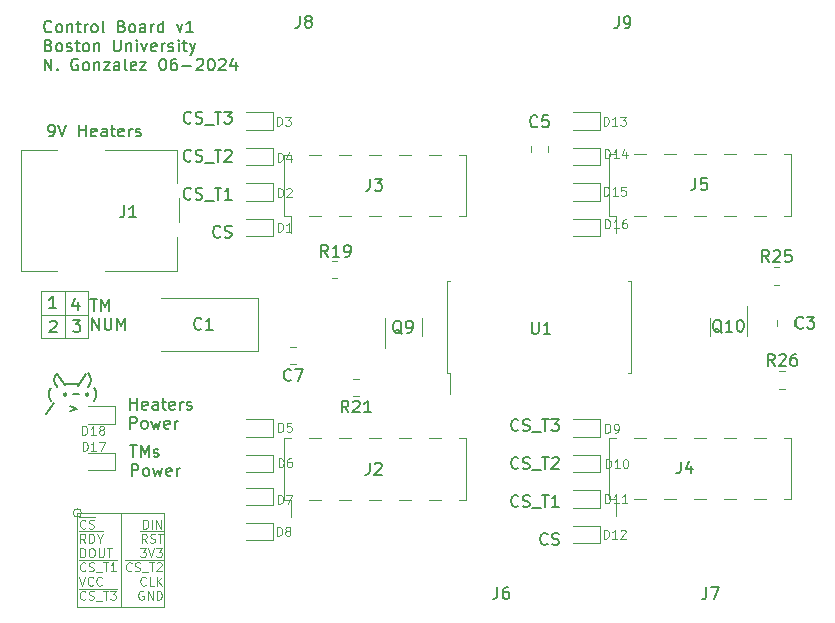
<source format=gbr>
%TF.GenerationSoftware,KiCad,Pcbnew,7.0.7*%
%TF.CreationDate,2024-06-03T14:36:37+02:00*%
%TF.ProjectId,control-board_v1,636f6e74-726f-46c2-9d62-6f6172645f76,rev?*%
%TF.SameCoordinates,Original*%
%TF.FileFunction,Legend,Top*%
%TF.FilePolarity,Positive*%
%FSLAX46Y46*%
G04 Gerber Fmt 4.6, Leading zero omitted, Abs format (unit mm)*
G04 Created by KiCad (PCBNEW 7.0.7) date 2024-06-03 14:36:37*
%MOMM*%
%LPD*%
G01*
G04 APERTURE LIST*
%ADD10C,0.120000*%
%ADD11C,0.150000*%
%ADD12C,0.200000*%
%ADD13C,0.112500*%
%ADD14C,0.100000*%
G04 APERTURE END LIST*
D10*
X20623553Y-58185000D02*
G75*
G03*
X20623553Y-58185000I-353553J0D01*
G01*
X20270000Y-58185000D02*
X27640000Y-58185000D01*
X27640000Y-66175000D01*
X20270000Y-66175000D01*
X20270000Y-58185000D01*
X24000000Y-66185000D02*
X24000000Y-58195000D01*
X17180000Y-39410000D02*
X21180000Y-39410000D01*
X21180000Y-43410000D01*
X17180000Y-43410000D01*
X17180000Y-39410000D01*
X17180000Y-41410000D02*
X21180000Y-41410000D01*
X19180000Y-43410000D02*
X19180000Y-39410000D01*
D11*
X17944286Y-42000057D02*
X17991905Y-41952438D01*
X17991905Y-41952438D02*
X18087143Y-41904819D01*
X18087143Y-41904819D02*
X18325238Y-41904819D01*
X18325238Y-41904819D02*
X18420476Y-41952438D01*
X18420476Y-41952438D02*
X18468095Y-42000057D01*
X18468095Y-42000057D02*
X18515714Y-42095295D01*
X18515714Y-42095295D02*
X18515714Y-42190533D01*
X18515714Y-42190533D02*
X18468095Y-42333390D01*
X18468095Y-42333390D02*
X17896667Y-42904819D01*
X17896667Y-42904819D02*
X18515714Y-42904819D01*
X21373922Y-40059819D02*
X21945350Y-40059819D01*
X21659636Y-41059819D02*
X21659636Y-40059819D01*
X22278684Y-41059819D02*
X22278684Y-40059819D01*
X22278684Y-40059819D02*
X22612017Y-40774104D01*
X22612017Y-40774104D02*
X22945350Y-40059819D01*
X22945350Y-40059819D02*
X22945350Y-41059819D01*
X21516779Y-42669819D02*
X21516779Y-41669819D01*
X21516779Y-41669819D02*
X22088207Y-42669819D01*
X22088207Y-42669819D02*
X22088207Y-41669819D01*
X22564398Y-41669819D02*
X22564398Y-42479342D01*
X22564398Y-42479342D02*
X22612017Y-42574580D01*
X22612017Y-42574580D02*
X22659636Y-42622200D01*
X22659636Y-42622200D02*
X22754874Y-42669819D01*
X22754874Y-42669819D02*
X22945350Y-42669819D01*
X22945350Y-42669819D02*
X23040588Y-42622200D01*
X23040588Y-42622200D02*
X23088207Y-42574580D01*
X23088207Y-42574580D02*
X23135826Y-42479342D01*
X23135826Y-42479342D02*
X23135826Y-41669819D01*
X23612017Y-42669819D02*
X23612017Y-41669819D01*
X23612017Y-41669819D02*
X23945350Y-42384104D01*
X23945350Y-42384104D02*
X24278683Y-41669819D01*
X24278683Y-41669819D02*
X24278683Y-42669819D01*
D12*
X18071101Y-17396980D02*
X18023482Y-17444600D01*
X18023482Y-17444600D02*
X17880625Y-17492219D01*
X17880625Y-17492219D02*
X17785387Y-17492219D01*
X17785387Y-17492219D02*
X17642530Y-17444600D01*
X17642530Y-17444600D02*
X17547292Y-17349361D01*
X17547292Y-17349361D02*
X17499673Y-17254123D01*
X17499673Y-17254123D02*
X17452054Y-17063647D01*
X17452054Y-17063647D02*
X17452054Y-16920790D01*
X17452054Y-16920790D02*
X17499673Y-16730314D01*
X17499673Y-16730314D02*
X17547292Y-16635076D01*
X17547292Y-16635076D02*
X17642530Y-16539838D01*
X17642530Y-16539838D02*
X17785387Y-16492219D01*
X17785387Y-16492219D02*
X17880625Y-16492219D01*
X17880625Y-16492219D02*
X18023482Y-16539838D01*
X18023482Y-16539838D02*
X18071101Y-16587457D01*
X18642530Y-17492219D02*
X18547292Y-17444600D01*
X18547292Y-17444600D02*
X18499673Y-17396980D01*
X18499673Y-17396980D02*
X18452054Y-17301742D01*
X18452054Y-17301742D02*
X18452054Y-17016028D01*
X18452054Y-17016028D02*
X18499673Y-16920790D01*
X18499673Y-16920790D02*
X18547292Y-16873171D01*
X18547292Y-16873171D02*
X18642530Y-16825552D01*
X18642530Y-16825552D02*
X18785387Y-16825552D01*
X18785387Y-16825552D02*
X18880625Y-16873171D01*
X18880625Y-16873171D02*
X18928244Y-16920790D01*
X18928244Y-16920790D02*
X18975863Y-17016028D01*
X18975863Y-17016028D02*
X18975863Y-17301742D01*
X18975863Y-17301742D02*
X18928244Y-17396980D01*
X18928244Y-17396980D02*
X18880625Y-17444600D01*
X18880625Y-17444600D02*
X18785387Y-17492219D01*
X18785387Y-17492219D02*
X18642530Y-17492219D01*
X19404435Y-16825552D02*
X19404435Y-17492219D01*
X19404435Y-16920790D02*
X19452054Y-16873171D01*
X19452054Y-16873171D02*
X19547292Y-16825552D01*
X19547292Y-16825552D02*
X19690149Y-16825552D01*
X19690149Y-16825552D02*
X19785387Y-16873171D01*
X19785387Y-16873171D02*
X19833006Y-16968409D01*
X19833006Y-16968409D02*
X19833006Y-17492219D01*
X20166340Y-16825552D02*
X20547292Y-16825552D01*
X20309197Y-16492219D02*
X20309197Y-17349361D01*
X20309197Y-17349361D02*
X20356816Y-17444600D01*
X20356816Y-17444600D02*
X20452054Y-17492219D01*
X20452054Y-17492219D02*
X20547292Y-17492219D01*
X20880626Y-17492219D02*
X20880626Y-16825552D01*
X20880626Y-17016028D02*
X20928245Y-16920790D01*
X20928245Y-16920790D02*
X20975864Y-16873171D01*
X20975864Y-16873171D02*
X21071102Y-16825552D01*
X21071102Y-16825552D02*
X21166340Y-16825552D01*
X21642531Y-17492219D02*
X21547293Y-17444600D01*
X21547293Y-17444600D02*
X21499674Y-17396980D01*
X21499674Y-17396980D02*
X21452055Y-17301742D01*
X21452055Y-17301742D02*
X21452055Y-17016028D01*
X21452055Y-17016028D02*
X21499674Y-16920790D01*
X21499674Y-16920790D02*
X21547293Y-16873171D01*
X21547293Y-16873171D02*
X21642531Y-16825552D01*
X21642531Y-16825552D02*
X21785388Y-16825552D01*
X21785388Y-16825552D02*
X21880626Y-16873171D01*
X21880626Y-16873171D02*
X21928245Y-16920790D01*
X21928245Y-16920790D02*
X21975864Y-17016028D01*
X21975864Y-17016028D02*
X21975864Y-17301742D01*
X21975864Y-17301742D02*
X21928245Y-17396980D01*
X21928245Y-17396980D02*
X21880626Y-17444600D01*
X21880626Y-17444600D02*
X21785388Y-17492219D01*
X21785388Y-17492219D02*
X21642531Y-17492219D01*
X22547293Y-17492219D02*
X22452055Y-17444600D01*
X22452055Y-17444600D02*
X22404436Y-17349361D01*
X22404436Y-17349361D02*
X22404436Y-16492219D01*
X24023484Y-16968409D02*
X24166341Y-17016028D01*
X24166341Y-17016028D02*
X24213960Y-17063647D01*
X24213960Y-17063647D02*
X24261579Y-17158885D01*
X24261579Y-17158885D02*
X24261579Y-17301742D01*
X24261579Y-17301742D02*
X24213960Y-17396980D01*
X24213960Y-17396980D02*
X24166341Y-17444600D01*
X24166341Y-17444600D02*
X24071103Y-17492219D01*
X24071103Y-17492219D02*
X23690151Y-17492219D01*
X23690151Y-17492219D02*
X23690151Y-16492219D01*
X23690151Y-16492219D02*
X24023484Y-16492219D01*
X24023484Y-16492219D02*
X24118722Y-16539838D01*
X24118722Y-16539838D02*
X24166341Y-16587457D01*
X24166341Y-16587457D02*
X24213960Y-16682695D01*
X24213960Y-16682695D02*
X24213960Y-16777933D01*
X24213960Y-16777933D02*
X24166341Y-16873171D01*
X24166341Y-16873171D02*
X24118722Y-16920790D01*
X24118722Y-16920790D02*
X24023484Y-16968409D01*
X24023484Y-16968409D02*
X23690151Y-16968409D01*
X24833008Y-17492219D02*
X24737770Y-17444600D01*
X24737770Y-17444600D02*
X24690151Y-17396980D01*
X24690151Y-17396980D02*
X24642532Y-17301742D01*
X24642532Y-17301742D02*
X24642532Y-17016028D01*
X24642532Y-17016028D02*
X24690151Y-16920790D01*
X24690151Y-16920790D02*
X24737770Y-16873171D01*
X24737770Y-16873171D02*
X24833008Y-16825552D01*
X24833008Y-16825552D02*
X24975865Y-16825552D01*
X24975865Y-16825552D02*
X25071103Y-16873171D01*
X25071103Y-16873171D02*
X25118722Y-16920790D01*
X25118722Y-16920790D02*
X25166341Y-17016028D01*
X25166341Y-17016028D02*
X25166341Y-17301742D01*
X25166341Y-17301742D02*
X25118722Y-17396980D01*
X25118722Y-17396980D02*
X25071103Y-17444600D01*
X25071103Y-17444600D02*
X24975865Y-17492219D01*
X24975865Y-17492219D02*
X24833008Y-17492219D01*
X26023484Y-17492219D02*
X26023484Y-16968409D01*
X26023484Y-16968409D02*
X25975865Y-16873171D01*
X25975865Y-16873171D02*
X25880627Y-16825552D01*
X25880627Y-16825552D02*
X25690151Y-16825552D01*
X25690151Y-16825552D02*
X25594913Y-16873171D01*
X26023484Y-17444600D02*
X25928246Y-17492219D01*
X25928246Y-17492219D02*
X25690151Y-17492219D01*
X25690151Y-17492219D02*
X25594913Y-17444600D01*
X25594913Y-17444600D02*
X25547294Y-17349361D01*
X25547294Y-17349361D02*
X25547294Y-17254123D01*
X25547294Y-17254123D02*
X25594913Y-17158885D01*
X25594913Y-17158885D02*
X25690151Y-17111266D01*
X25690151Y-17111266D02*
X25928246Y-17111266D01*
X25928246Y-17111266D02*
X26023484Y-17063647D01*
X26499675Y-17492219D02*
X26499675Y-16825552D01*
X26499675Y-17016028D02*
X26547294Y-16920790D01*
X26547294Y-16920790D02*
X26594913Y-16873171D01*
X26594913Y-16873171D02*
X26690151Y-16825552D01*
X26690151Y-16825552D02*
X26785389Y-16825552D01*
X27547294Y-17492219D02*
X27547294Y-16492219D01*
X27547294Y-17444600D02*
X27452056Y-17492219D01*
X27452056Y-17492219D02*
X27261580Y-17492219D01*
X27261580Y-17492219D02*
X27166342Y-17444600D01*
X27166342Y-17444600D02*
X27118723Y-17396980D01*
X27118723Y-17396980D02*
X27071104Y-17301742D01*
X27071104Y-17301742D02*
X27071104Y-17016028D01*
X27071104Y-17016028D02*
X27118723Y-16920790D01*
X27118723Y-16920790D02*
X27166342Y-16873171D01*
X27166342Y-16873171D02*
X27261580Y-16825552D01*
X27261580Y-16825552D02*
X27452056Y-16825552D01*
X27452056Y-16825552D02*
X27547294Y-16873171D01*
X28690152Y-16825552D02*
X28928247Y-17492219D01*
X28928247Y-17492219D02*
X29166342Y-16825552D01*
X30071104Y-17492219D02*
X29499676Y-17492219D01*
X29785390Y-17492219D02*
X29785390Y-16492219D01*
X29785390Y-16492219D02*
X29690152Y-16635076D01*
X29690152Y-16635076D02*
X29594914Y-16730314D01*
X29594914Y-16730314D02*
X29499676Y-16777933D01*
X17833006Y-18578409D02*
X17975863Y-18626028D01*
X17975863Y-18626028D02*
X18023482Y-18673647D01*
X18023482Y-18673647D02*
X18071101Y-18768885D01*
X18071101Y-18768885D02*
X18071101Y-18911742D01*
X18071101Y-18911742D02*
X18023482Y-19006980D01*
X18023482Y-19006980D02*
X17975863Y-19054600D01*
X17975863Y-19054600D02*
X17880625Y-19102219D01*
X17880625Y-19102219D02*
X17499673Y-19102219D01*
X17499673Y-19102219D02*
X17499673Y-18102219D01*
X17499673Y-18102219D02*
X17833006Y-18102219D01*
X17833006Y-18102219D02*
X17928244Y-18149838D01*
X17928244Y-18149838D02*
X17975863Y-18197457D01*
X17975863Y-18197457D02*
X18023482Y-18292695D01*
X18023482Y-18292695D02*
X18023482Y-18387933D01*
X18023482Y-18387933D02*
X17975863Y-18483171D01*
X17975863Y-18483171D02*
X17928244Y-18530790D01*
X17928244Y-18530790D02*
X17833006Y-18578409D01*
X17833006Y-18578409D02*
X17499673Y-18578409D01*
X18642530Y-19102219D02*
X18547292Y-19054600D01*
X18547292Y-19054600D02*
X18499673Y-19006980D01*
X18499673Y-19006980D02*
X18452054Y-18911742D01*
X18452054Y-18911742D02*
X18452054Y-18626028D01*
X18452054Y-18626028D02*
X18499673Y-18530790D01*
X18499673Y-18530790D02*
X18547292Y-18483171D01*
X18547292Y-18483171D02*
X18642530Y-18435552D01*
X18642530Y-18435552D02*
X18785387Y-18435552D01*
X18785387Y-18435552D02*
X18880625Y-18483171D01*
X18880625Y-18483171D02*
X18928244Y-18530790D01*
X18928244Y-18530790D02*
X18975863Y-18626028D01*
X18975863Y-18626028D02*
X18975863Y-18911742D01*
X18975863Y-18911742D02*
X18928244Y-19006980D01*
X18928244Y-19006980D02*
X18880625Y-19054600D01*
X18880625Y-19054600D02*
X18785387Y-19102219D01*
X18785387Y-19102219D02*
X18642530Y-19102219D01*
X19356816Y-19054600D02*
X19452054Y-19102219D01*
X19452054Y-19102219D02*
X19642530Y-19102219D01*
X19642530Y-19102219D02*
X19737768Y-19054600D01*
X19737768Y-19054600D02*
X19785387Y-18959361D01*
X19785387Y-18959361D02*
X19785387Y-18911742D01*
X19785387Y-18911742D02*
X19737768Y-18816504D01*
X19737768Y-18816504D02*
X19642530Y-18768885D01*
X19642530Y-18768885D02*
X19499673Y-18768885D01*
X19499673Y-18768885D02*
X19404435Y-18721266D01*
X19404435Y-18721266D02*
X19356816Y-18626028D01*
X19356816Y-18626028D02*
X19356816Y-18578409D01*
X19356816Y-18578409D02*
X19404435Y-18483171D01*
X19404435Y-18483171D02*
X19499673Y-18435552D01*
X19499673Y-18435552D02*
X19642530Y-18435552D01*
X19642530Y-18435552D02*
X19737768Y-18483171D01*
X20071102Y-18435552D02*
X20452054Y-18435552D01*
X20213959Y-18102219D02*
X20213959Y-18959361D01*
X20213959Y-18959361D02*
X20261578Y-19054600D01*
X20261578Y-19054600D02*
X20356816Y-19102219D01*
X20356816Y-19102219D02*
X20452054Y-19102219D01*
X20928245Y-19102219D02*
X20833007Y-19054600D01*
X20833007Y-19054600D02*
X20785388Y-19006980D01*
X20785388Y-19006980D02*
X20737769Y-18911742D01*
X20737769Y-18911742D02*
X20737769Y-18626028D01*
X20737769Y-18626028D02*
X20785388Y-18530790D01*
X20785388Y-18530790D02*
X20833007Y-18483171D01*
X20833007Y-18483171D02*
X20928245Y-18435552D01*
X20928245Y-18435552D02*
X21071102Y-18435552D01*
X21071102Y-18435552D02*
X21166340Y-18483171D01*
X21166340Y-18483171D02*
X21213959Y-18530790D01*
X21213959Y-18530790D02*
X21261578Y-18626028D01*
X21261578Y-18626028D02*
X21261578Y-18911742D01*
X21261578Y-18911742D02*
X21213959Y-19006980D01*
X21213959Y-19006980D02*
X21166340Y-19054600D01*
X21166340Y-19054600D02*
X21071102Y-19102219D01*
X21071102Y-19102219D02*
X20928245Y-19102219D01*
X21690150Y-18435552D02*
X21690150Y-19102219D01*
X21690150Y-18530790D02*
X21737769Y-18483171D01*
X21737769Y-18483171D02*
X21833007Y-18435552D01*
X21833007Y-18435552D02*
X21975864Y-18435552D01*
X21975864Y-18435552D02*
X22071102Y-18483171D01*
X22071102Y-18483171D02*
X22118721Y-18578409D01*
X22118721Y-18578409D02*
X22118721Y-19102219D01*
X23356817Y-18102219D02*
X23356817Y-18911742D01*
X23356817Y-18911742D02*
X23404436Y-19006980D01*
X23404436Y-19006980D02*
X23452055Y-19054600D01*
X23452055Y-19054600D02*
X23547293Y-19102219D01*
X23547293Y-19102219D02*
X23737769Y-19102219D01*
X23737769Y-19102219D02*
X23833007Y-19054600D01*
X23833007Y-19054600D02*
X23880626Y-19006980D01*
X23880626Y-19006980D02*
X23928245Y-18911742D01*
X23928245Y-18911742D02*
X23928245Y-18102219D01*
X24404436Y-18435552D02*
X24404436Y-19102219D01*
X24404436Y-18530790D02*
X24452055Y-18483171D01*
X24452055Y-18483171D02*
X24547293Y-18435552D01*
X24547293Y-18435552D02*
X24690150Y-18435552D01*
X24690150Y-18435552D02*
X24785388Y-18483171D01*
X24785388Y-18483171D02*
X24833007Y-18578409D01*
X24833007Y-18578409D02*
X24833007Y-19102219D01*
X25309198Y-19102219D02*
X25309198Y-18435552D01*
X25309198Y-18102219D02*
X25261579Y-18149838D01*
X25261579Y-18149838D02*
X25309198Y-18197457D01*
X25309198Y-18197457D02*
X25356817Y-18149838D01*
X25356817Y-18149838D02*
X25309198Y-18102219D01*
X25309198Y-18102219D02*
X25309198Y-18197457D01*
X25690150Y-18435552D02*
X25928245Y-19102219D01*
X25928245Y-19102219D02*
X26166340Y-18435552D01*
X26928245Y-19054600D02*
X26833007Y-19102219D01*
X26833007Y-19102219D02*
X26642531Y-19102219D01*
X26642531Y-19102219D02*
X26547293Y-19054600D01*
X26547293Y-19054600D02*
X26499674Y-18959361D01*
X26499674Y-18959361D02*
X26499674Y-18578409D01*
X26499674Y-18578409D02*
X26547293Y-18483171D01*
X26547293Y-18483171D02*
X26642531Y-18435552D01*
X26642531Y-18435552D02*
X26833007Y-18435552D01*
X26833007Y-18435552D02*
X26928245Y-18483171D01*
X26928245Y-18483171D02*
X26975864Y-18578409D01*
X26975864Y-18578409D02*
X26975864Y-18673647D01*
X26975864Y-18673647D02*
X26499674Y-18768885D01*
X27404436Y-19102219D02*
X27404436Y-18435552D01*
X27404436Y-18626028D02*
X27452055Y-18530790D01*
X27452055Y-18530790D02*
X27499674Y-18483171D01*
X27499674Y-18483171D02*
X27594912Y-18435552D01*
X27594912Y-18435552D02*
X27690150Y-18435552D01*
X27975865Y-19054600D02*
X28071103Y-19102219D01*
X28071103Y-19102219D02*
X28261579Y-19102219D01*
X28261579Y-19102219D02*
X28356817Y-19054600D01*
X28356817Y-19054600D02*
X28404436Y-18959361D01*
X28404436Y-18959361D02*
X28404436Y-18911742D01*
X28404436Y-18911742D02*
X28356817Y-18816504D01*
X28356817Y-18816504D02*
X28261579Y-18768885D01*
X28261579Y-18768885D02*
X28118722Y-18768885D01*
X28118722Y-18768885D02*
X28023484Y-18721266D01*
X28023484Y-18721266D02*
X27975865Y-18626028D01*
X27975865Y-18626028D02*
X27975865Y-18578409D01*
X27975865Y-18578409D02*
X28023484Y-18483171D01*
X28023484Y-18483171D02*
X28118722Y-18435552D01*
X28118722Y-18435552D02*
X28261579Y-18435552D01*
X28261579Y-18435552D02*
X28356817Y-18483171D01*
X28833008Y-19102219D02*
X28833008Y-18435552D01*
X28833008Y-18102219D02*
X28785389Y-18149838D01*
X28785389Y-18149838D02*
X28833008Y-18197457D01*
X28833008Y-18197457D02*
X28880627Y-18149838D01*
X28880627Y-18149838D02*
X28833008Y-18102219D01*
X28833008Y-18102219D02*
X28833008Y-18197457D01*
X29166341Y-18435552D02*
X29547293Y-18435552D01*
X29309198Y-18102219D02*
X29309198Y-18959361D01*
X29309198Y-18959361D02*
X29356817Y-19054600D01*
X29356817Y-19054600D02*
X29452055Y-19102219D01*
X29452055Y-19102219D02*
X29547293Y-19102219D01*
X29785389Y-18435552D02*
X30023484Y-19102219D01*
X30261579Y-18435552D02*
X30023484Y-19102219D01*
X30023484Y-19102219D02*
X29928246Y-19340314D01*
X29928246Y-19340314D02*
X29880627Y-19387933D01*
X29880627Y-19387933D02*
X29785389Y-19435552D01*
X17499673Y-20712219D02*
X17499673Y-19712219D01*
X17499673Y-19712219D02*
X18071101Y-20712219D01*
X18071101Y-20712219D02*
X18071101Y-19712219D01*
X18547292Y-20616980D02*
X18594911Y-20664600D01*
X18594911Y-20664600D02*
X18547292Y-20712219D01*
X18547292Y-20712219D02*
X18499673Y-20664600D01*
X18499673Y-20664600D02*
X18547292Y-20616980D01*
X18547292Y-20616980D02*
X18547292Y-20712219D01*
X20309196Y-19759838D02*
X20213958Y-19712219D01*
X20213958Y-19712219D02*
X20071101Y-19712219D01*
X20071101Y-19712219D02*
X19928244Y-19759838D01*
X19928244Y-19759838D02*
X19833006Y-19855076D01*
X19833006Y-19855076D02*
X19785387Y-19950314D01*
X19785387Y-19950314D02*
X19737768Y-20140790D01*
X19737768Y-20140790D02*
X19737768Y-20283647D01*
X19737768Y-20283647D02*
X19785387Y-20474123D01*
X19785387Y-20474123D02*
X19833006Y-20569361D01*
X19833006Y-20569361D02*
X19928244Y-20664600D01*
X19928244Y-20664600D02*
X20071101Y-20712219D01*
X20071101Y-20712219D02*
X20166339Y-20712219D01*
X20166339Y-20712219D02*
X20309196Y-20664600D01*
X20309196Y-20664600D02*
X20356815Y-20616980D01*
X20356815Y-20616980D02*
X20356815Y-20283647D01*
X20356815Y-20283647D02*
X20166339Y-20283647D01*
X20928244Y-20712219D02*
X20833006Y-20664600D01*
X20833006Y-20664600D02*
X20785387Y-20616980D01*
X20785387Y-20616980D02*
X20737768Y-20521742D01*
X20737768Y-20521742D02*
X20737768Y-20236028D01*
X20737768Y-20236028D02*
X20785387Y-20140790D01*
X20785387Y-20140790D02*
X20833006Y-20093171D01*
X20833006Y-20093171D02*
X20928244Y-20045552D01*
X20928244Y-20045552D02*
X21071101Y-20045552D01*
X21071101Y-20045552D02*
X21166339Y-20093171D01*
X21166339Y-20093171D02*
X21213958Y-20140790D01*
X21213958Y-20140790D02*
X21261577Y-20236028D01*
X21261577Y-20236028D02*
X21261577Y-20521742D01*
X21261577Y-20521742D02*
X21213958Y-20616980D01*
X21213958Y-20616980D02*
X21166339Y-20664600D01*
X21166339Y-20664600D02*
X21071101Y-20712219D01*
X21071101Y-20712219D02*
X20928244Y-20712219D01*
X21690149Y-20045552D02*
X21690149Y-20712219D01*
X21690149Y-20140790D02*
X21737768Y-20093171D01*
X21737768Y-20093171D02*
X21833006Y-20045552D01*
X21833006Y-20045552D02*
X21975863Y-20045552D01*
X21975863Y-20045552D02*
X22071101Y-20093171D01*
X22071101Y-20093171D02*
X22118720Y-20188409D01*
X22118720Y-20188409D02*
X22118720Y-20712219D01*
X22499673Y-20045552D02*
X23023482Y-20045552D01*
X23023482Y-20045552D02*
X22499673Y-20712219D01*
X22499673Y-20712219D02*
X23023482Y-20712219D01*
X23833006Y-20712219D02*
X23833006Y-20188409D01*
X23833006Y-20188409D02*
X23785387Y-20093171D01*
X23785387Y-20093171D02*
X23690149Y-20045552D01*
X23690149Y-20045552D02*
X23499673Y-20045552D01*
X23499673Y-20045552D02*
X23404435Y-20093171D01*
X23833006Y-20664600D02*
X23737768Y-20712219D01*
X23737768Y-20712219D02*
X23499673Y-20712219D01*
X23499673Y-20712219D02*
X23404435Y-20664600D01*
X23404435Y-20664600D02*
X23356816Y-20569361D01*
X23356816Y-20569361D02*
X23356816Y-20474123D01*
X23356816Y-20474123D02*
X23404435Y-20378885D01*
X23404435Y-20378885D02*
X23499673Y-20331266D01*
X23499673Y-20331266D02*
X23737768Y-20331266D01*
X23737768Y-20331266D02*
X23833006Y-20283647D01*
X24452054Y-20712219D02*
X24356816Y-20664600D01*
X24356816Y-20664600D02*
X24309197Y-20569361D01*
X24309197Y-20569361D02*
X24309197Y-19712219D01*
X25213959Y-20664600D02*
X25118721Y-20712219D01*
X25118721Y-20712219D02*
X24928245Y-20712219D01*
X24928245Y-20712219D02*
X24833007Y-20664600D01*
X24833007Y-20664600D02*
X24785388Y-20569361D01*
X24785388Y-20569361D02*
X24785388Y-20188409D01*
X24785388Y-20188409D02*
X24833007Y-20093171D01*
X24833007Y-20093171D02*
X24928245Y-20045552D01*
X24928245Y-20045552D02*
X25118721Y-20045552D01*
X25118721Y-20045552D02*
X25213959Y-20093171D01*
X25213959Y-20093171D02*
X25261578Y-20188409D01*
X25261578Y-20188409D02*
X25261578Y-20283647D01*
X25261578Y-20283647D02*
X24785388Y-20378885D01*
X25594912Y-20045552D02*
X26118721Y-20045552D01*
X26118721Y-20045552D02*
X25594912Y-20712219D01*
X25594912Y-20712219D02*
X26118721Y-20712219D01*
X27452055Y-19712219D02*
X27547293Y-19712219D01*
X27547293Y-19712219D02*
X27642531Y-19759838D01*
X27642531Y-19759838D02*
X27690150Y-19807457D01*
X27690150Y-19807457D02*
X27737769Y-19902695D01*
X27737769Y-19902695D02*
X27785388Y-20093171D01*
X27785388Y-20093171D02*
X27785388Y-20331266D01*
X27785388Y-20331266D02*
X27737769Y-20521742D01*
X27737769Y-20521742D02*
X27690150Y-20616980D01*
X27690150Y-20616980D02*
X27642531Y-20664600D01*
X27642531Y-20664600D02*
X27547293Y-20712219D01*
X27547293Y-20712219D02*
X27452055Y-20712219D01*
X27452055Y-20712219D02*
X27356817Y-20664600D01*
X27356817Y-20664600D02*
X27309198Y-20616980D01*
X27309198Y-20616980D02*
X27261579Y-20521742D01*
X27261579Y-20521742D02*
X27213960Y-20331266D01*
X27213960Y-20331266D02*
X27213960Y-20093171D01*
X27213960Y-20093171D02*
X27261579Y-19902695D01*
X27261579Y-19902695D02*
X27309198Y-19807457D01*
X27309198Y-19807457D02*
X27356817Y-19759838D01*
X27356817Y-19759838D02*
X27452055Y-19712219D01*
X28642531Y-19712219D02*
X28452055Y-19712219D01*
X28452055Y-19712219D02*
X28356817Y-19759838D01*
X28356817Y-19759838D02*
X28309198Y-19807457D01*
X28309198Y-19807457D02*
X28213960Y-19950314D01*
X28213960Y-19950314D02*
X28166341Y-20140790D01*
X28166341Y-20140790D02*
X28166341Y-20521742D01*
X28166341Y-20521742D02*
X28213960Y-20616980D01*
X28213960Y-20616980D02*
X28261579Y-20664600D01*
X28261579Y-20664600D02*
X28356817Y-20712219D01*
X28356817Y-20712219D02*
X28547293Y-20712219D01*
X28547293Y-20712219D02*
X28642531Y-20664600D01*
X28642531Y-20664600D02*
X28690150Y-20616980D01*
X28690150Y-20616980D02*
X28737769Y-20521742D01*
X28737769Y-20521742D02*
X28737769Y-20283647D01*
X28737769Y-20283647D02*
X28690150Y-20188409D01*
X28690150Y-20188409D02*
X28642531Y-20140790D01*
X28642531Y-20140790D02*
X28547293Y-20093171D01*
X28547293Y-20093171D02*
X28356817Y-20093171D01*
X28356817Y-20093171D02*
X28261579Y-20140790D01*
X28261579Y-20140790D02*
X28213960Y-20188409D01*
X28213960Y-20188409D02*
X28166341Y-20283647D01*
X29166341Y-20331266D02*
X29928246Y-20331266D01*
X30356817Y-19807457D02*
X30404436Y-19759838D01*
X30404436Y-19759838D02*
X30499674Y-19712219D01*
X30499674Y-19712219D02*
X30737769Y-19712219D01*
X30737769Y-19712219D02*
X30833007Y-19759838D01*
X30833007Y-19759838D02*
X30880626Y-19807457D01*
X30880626Y-19807457D02*
X30928245Y-19902695D01*
X30928245Y-19902695D02*
X30928245Y-19997933D01*
X30928245Y-19997933D02*
X30880626Y-20140790D01*
X30880626Y-20140790D02*
X30309198Y-20712219D01*
X30309198Y-20712219D02*
X30928245Y-20712219D01*
X31547293Y-19712219D02*
X31642531Y-19712219D01*
X31642531Y-19712219D02*
X31737769Y-19759838D01*
X31737769Y-19759838D02*
X31785388Y-19807457D01*
X31785388Y-19807457D02*
X31833007Y-19902695D01*
X31833007Y-19902695D02*
X31880626Y-20093171D01*
X31880626Y-20093171D02*
X31880626Y-20331266D01*
X31880626Y-20331266D02*
X31833007Y-20521742D01*
X31833007Y-20521742D02*
X31785388Y-20616980D01*
X31785388Y-20616980D02*
X31737769Y-20664600D01*
X31737769Y-20664600D02*
X31642531Y-20712219D01*
X31642531Y-20712219D02*
X31547293Y-20712219D01*
X31547293Y-20712219D02*
X31452055Y-20664600D01*
X31452055Y-20664600D02*
X31404436Y-20616980D01*
X31404436Y-20616980D02*
X31356817Y-20521742D01*
X31356817Y-20521742D02*
X31309198Y-20331266D01*
X31309198Y-20331266D02*
X31309198Y-20093171D01*
X31309198Y-20093171D02*
X31356817Y-19902695D01*
X31356817Y-19902695D02*
X31404436Y-19807457D01*
X31404436Y-19807457D02*
X31452055Y-19759838D01*
X31452055Y-19759838D02*
X31547293Y-19712219D01*
X32261579Y-19807457D02*
X32309198Y-19759838D01*
X32309198Y-19759838D02*
X32404436Y-19712219D01*
X32404436Y-19712219D02*
X32642531Y-19712219D01*
X32642531Y-19712219D02*
X32737769Y-19759838D01*
X32737769Y-19759838D02*
X32785388Y-19807457D01*
X32785388Y-19807457D02*
X32833007Y-19902695D01*
X32833007Y-19902695D02*
X32833007Y-19997933D01*
X32833007Y-19997933D02*
X32785388Y-20140790D01*
X32785388Y-20140790D02*
X32213960Y-20712219D01*
X32213960Y-20712219D02*
X32833007Y-20712219D01*
X33690150Y-20045552D02*
X33690150Y-20712219D01*
X33452055Y-19664600D02*
X33213960Y-20378885D01*
X33213960Y-20378885D02*
X33833007Y-20378885D01*
D13*
X25851701Y-59502364D02*
X25851701Y-58752364D01*
X25851701Y-58752364D02*
X26030272Y-58752364D01*
X26030272Y-58752364D02*
X26137415Y-58788078D01*
X26137415Y-58788078D02*
X26208844Y-58859507D01*
X26208844Y-58859507D02*
X26244558Y-58930935D01*
X26244558Y-58930935D02*
X26280272Y-59073792D01*
X26280272Y-59073792D02*
X26280272Y-59180935D01*
X26280272Y-59180935D02*
X26244558Y-59323792D01*
X26244558Y-59323792D02*
X26208844Y-59395221D01*
X26208844Y-59395221D02*
X26137415Y-59466650D01*
X26137415Y-59466650D02*
X26030272Y-59502364D01*
X26030272Y-59502364D02*
X25851701Y-59502364D01*
X26601701Y-59502364D02*
X26601701Y-58752364D01*
X26958844Y-59502364D02*
X26958844Y-58752364D01*
X26958844Y-58752364D02*
X27387415Y-59502364D01*
X27387415Y-59502364D02*
X27387415Y-58752364D01*
X26137414Y-60709864D02*
X25887414Y-60352721D01*
X25708843Y-60709864D02*
X25708843Y-59959864D01*
X25708843Y-59959864D02*
X25994557Y-59959864D01*
X25994557Y-59959864D02*
X26065986Y-59995578D01*
X26065986Y-59995578D02*
X26101700Y-60031292D01*
X26101700Y-60031292D02*
X26137414Y-60102721D01*
X26137414Y-60102721D02*
X26137414Y-60209864D01*
X26137414Y-60209864D02*
X26101700Y-60281292D01*
X26101700Y-60281292D02*
X26065986Y-60317007D01*
X26065986Y-60317007D02*
X25994557Y-60352721D01*
X25994557Y-60352721D02*
X25708843Y-60352721D01*
X26423129Y-60674150D02*
X26530272Y-60709864D01*
X26530272Y-60709864D02*
X26708843Y-60709864D01*
X26708843Y-60709864D02*
X26780272Y-60674150D01*
X26780272Y-60674150D02*
X26815986Y-60638435D01*
X26815986Y-60638435D02*
X26851700Y-60567007D01*
X26851700Y-60567007D02*
X26851700Y-60495578D01*
X26851700Y-60495578D02*
X26815986Y-60424150D01*
X26815986Y-60424150D02*
X26780272Y-60388435D01*
X26780272Y-60388435D02*
X26708843Y-60352721D01*
X26708843Y-60352721D02*
X26565986Y-60317007D01*
X26565986Y-60317007D02*
X26494557Y-60281292D01*
X26494557Y-60281292D02*
X26458843Y-60245578D01*
X26458843Y-60245578D02*
X26423129Y-60174150D01*
X26423129Y-60174150D02*
X26423129Y-60102721D01*
X26423129Y-60102721D02*
X26458843Y-60031292D01*
X26458843Y-60031292D02*
X26494557Y-59995578D01*
X26494557Y-59995578D02*
X26565986Y-59959864D01*
X26565986Y-59959864D02*
X26744557Y-59959864D01*
X26744557Y-59959864D02*
X26851700Y-59995578D01*
X27065986Y-59959864D02*
X27494558Y-59959864D01*
X27280272Y-60709864D02*
X27280272Y-59959864D01*
X25605272Y-59751650D02*
X27490987Y-59751650D01*
X25601700Y-61167364D02*
X26065986Y-61167364D01*
X26065986Y-61167364D02*
X25815986Y-61453078D01*
X25815986Y-61453078D02*
X25923129Y-61453078D01*
X25923129Y-61453078D02*
X25994558Y-61488792D01*
X25994558Y-61488792D02*
X26030272Y-61524507D01*
X26030272Y-61524507D02*
X26065986Y-61595935D01*
X26065986Y-61595935D02*
X26065986Y-61774507D01*
X26065986Y-61774507D02*
X26030272Y-61845935D01*
X26030272Y-61845935D02*
X25994558Y-61881650D01*
X25994558Y-61881650D02*
X25923129Y-61917364D01*
X25923129Y-61917364D02*
X25708843Y-61917364D01*
X25708843Y-61917364D02*
X25637415Y-61881650D01*
X25637415Y-61881650D02*
X25601700Y-61845935D01*
X26280272Y-61167364D02*
X26530272Y-61917364D01*
X26530272Y-61917364D02*
X26780272Y-61167364D01*
X26958843Y-61167364D02*
X27423129Y-61167364D01*
X27423129Y-61167364D02*
X27173129Y-61453078D01*
X27173129Y-61453078D02*
X27280272Y-61453078D01*
X27280272Y-61453078D02*
X27351701Y-61488792D01*
X27351701Y-61488792D02*
X27387415Y-61524507D01*
X27387415Y-61524507D02*
X27423129Y-61595935D01*
X27423129Y-61595935D02*
X27423129Y-61774507D01*
X27423129Y-61774507D02*
X27387415Y-61845935D01*
X27387415Y-61845935D02*
X27351701Y-61881650D01*
X27351701Y-61881650D02*
X27280272Y-61917364D01*
X27280272Y-61917364D02*
X27065986Y-61917364D01*
X27065986Y-61917364D02*
X26994558Y-61881650D01*
X26994558Y-61881650D02*
X26958843Y-61845935D01*
X24851699Y-63053435D02*
X24815985Y-63089150D01*
X24815985Y-63089150D02*
X24708842Y-63124864D01*
X24708842Y-63124864D02*
X24637414Y-63124864D01*
X24637414Y-63124864D02*
X24530271Y-63089150D01*
X24530271Y-63089150D02*
X24458842Y-63017721D01*
X24458842Y-63017721D02*
X24423128Y-62946292D01*
X24423128Y-62946292D02*
X24387414Y-62803435D01*
X24387414Y-62803435D02*
X24387414Y-62696292D01*
X24387414Y-62696292D02*
X24423128Y-62553435D01*
X24423128Y-62553435D02*
X24458842Y-62482007D01*
X24458842Y-62482007D02*
X24530271Y-62410578D01*
X24530271Y-62410578D02*
X24637414Y-62374864D01*
X24637414Y-62374864D02*
X24708842Y-62374864D01*
X24708842Y-62374864D02*
X24815985Y-62410578D01*
X24815985Y-62410578D02*
X24851699Y-62446292D01*
X25137414Y-63089150D02*
X25244557Y-63124864D01*
X25244557Y-63124864D02*
X25423128Y-63124864D01*
X25423128Y-63124864D02*
X25494557Y-63089150D01*
X25494557Y-63089150D02*
X25530271Y-63053435D01*
X25530271Y-63053435D02*
X25565985Y-62982007D01*
X25565985Y-62982007D02*
X25565985Y-62910578D01*
X25565985Y-62910578D02*
X25530271Y-62839150D01*
X25530271Y-62839150D02*
X25494557Y-62803435D01*
X25494557Y-62803435D02*
X25423128Y-62767721D01*
X25423128Y-62767721D02*
X25280271Y-62732007D01*
X25280271Y-62732007D02*
X25208842Y-62696292D01*
X25208842Y-62696292D02*
X25173128Y-62660578D01*
X25173128Y-62660578D02*
X25137414Y-62589150D01*
X25137414Y-62589150D02*
X25137414Y-62517721D01*
X25137414Y-62517721D02*
X25173128Y-62446292D01*
X25173128Y-62446292D02*
X25208842Y-62410578D01*
X25208842Y-62410578D02*
X25280271Y-62374864D01*
X25280271Y-62374864D02*
X25458842Y-62374864D01*
X25458842Y-62374864D02*
X25565985Y-62410578D01*
X25708843Y-63196292D02*
X26280271Y-63196292D01*
X26351700Y-62374864D02*
X26780272Y-62374864D01*
X26565986Y-63124864D02*
X26565986Y-62374864D01*
X26994558Y-62446292D02*
X27030272Y-62410578D01*
X27030272Y-62410578D02*
X27101701Y-62374864D01*
X27101701Y-62374864D02*
X27280272Y-62374864D01*
X27280272Y-62374864D02*
X27351701Y-62410578D01*
X27351701Y-62410578D02*
X27387415Y-62446292D01*
X27387415Y-62446292D02*
X27423129Y-62517721D01*
X27423129Y-62517721D02*
X27423129Y-62589150D01*
X27423129Y-62589150D02*
X27387415Y-62696292D01*
X27387415Y-62696292D02*
X26958843Y-63124864D01*
X26958843Y-63124864D02*
X27423129Y-63124864D01*
X24319557Y-62166650D02*
X27490987Y-62166650D01*
X26065986Y-64260935D02*
X26030272Y-64296650D01*
X26030272Y-64296650D02*
X25923129Y-64332364D01*
X25923129Y-64332364D02*
X25851701Y-64332364D01*
X25851701Y-64332364D02*
X25744558Y-64296650D01*
X25744558Y-64296650D02*
X25673129Y-64225221D01*
X25673129Y-64225221D02*
X25637415Y-64153792D01*
X25637415Y-64153792D02*
X25601701Y-64010935D01*
X25601701Y-64010935D02*
X25601701Y-63903792D01*
X25601701Y-63903792D02*
X25637415Y-63760935D01*
X25637415Y-63760935D02*
X25673129Y-63689507D01*
X25673129Y-63689507D02*
X25744558Y-63618078D01*
X25744558Y-63618078D02*
X25851701Y-63582364D01*
X25851701Y-63582364D02*
X25923129Y-63582364D01*
X25923129Y-63582364D02*
X26030272Y-63618078D01*
X26030272Y-63618078D02*
X26065986Y-63653792D01*
X26744558Y-64332364D02*
X26387415Y-64332364D01*
X26387415Y-64332364D02*
X26387415Y-63582364D01*
X26994558Y-64332364D02*
X26994558Y-63582364D01*
X27423129Y-64332364D02*
X27101701Y-63903792D01*
X27423129Y-63582364D02*
X26994558Y-64010935D01*
X25851701Y-64825578D02*
X25780273Y-64789864D01*
X25780273Y-64789864D02*
X25673130Y-64789864D01*
X25673130Y-64789864D02*
X25565987Y-64825578D01*
X25565987Y-64825578D02*
X25494558Y-64897007D01*
X25494558Y-64897007D02*
X25458844Y-64968435D01*
X25458844Y-64968435D02*
X25423130Y-65111292D01*
X25423130Y-65111292D02*
X25423130Y-65218435D01*
X25423130Y-65218435D02*
X25458844Y-65361292D01*
X25458844Y-65361292D02*
X25494558Y-65432721D01*
X25494558Y-65432721D02*
X25565987Y-65504150D01*
X25565987Y-65504150D02*
X25673130Y-65539864D01*
X25673130Y-65539864D02*
X25744558Y-65539864D01*
X25744558Y-65539864D02*
X25851701Y-65504150D01*
X25851701Y-65504150D02*
X25887415Y-65468435D01*
X25887415Y-65468435D02*
X25887415Y-65218435D01*
X25887415Y-65218435D02*
X25744558Y-65218435D01*
X26208844Y-65539864D02*
X26208844Y-64789864D01*
X26208844Y-64789864D02*
X26637415Y-65539864D01*
X26637415Y-65539864D02*
X26637415Y-64789864D01*
X26994558Y-65539864D02*
X26994558Y-64789864D01*
X26994558Y-64789864D02*
X27173129Y-64789864D01*
X27173129Y-64789864D02*
X27280272Y-64825578D01*
X27280272Y-64825578D02*
X27351701Y-64897007D01*
X27351701Y-64897007D02*
X27387415Y-64968435D01*
X27387415Y-64968435D02*
X27423129Y-65111292D01*
X27423129Y-65111292D02*
X27423129Y-65218435D01*
X27423129Y-65218435D02*
X27387415Y-65361292D01*
X27387415Y-65361292D02*
X27351701Y-65432721D01*
X27351701Y-65432721D02*
X27280272Y-65504150D01*
X27280272Y-65504150D02*
X27173129Y-65539864D01*
X27173129Y-65539864D02*
X26994558Y-65539864D01*
D11*
X18537144Y-47507378D02*
X18501429Y-47471664D01*
X18501429Y-47471664D02*
X18430001Y-47364521D01*
X18430001Y-47364521D02*
X18394287Y-47293092D01*
X18394287Y-47293092D02*
X18358572Y-47185950D01*
X18358572Y-47185950D02*
X18322858Y-47007378D01*
X18322858Y-47007378D02*
X18322858Y-46864521D01*
X18322858Y-46864521D02*
X18358572Y-46685950D01*
X18358572Y-46685950D02*
X18394287Y-46578807D01*
X18394287Y-46578807D02*
X18430001Y-46507378D01*
X18430001Y-46507378D02*
X18501429Y-46400235D01*
X18501429Y-46400235D02*
X18537144Y-46364521D01*
X18572858Y-46400235D02*
X19215715Y-47364521D01*
X19144287Y-47293092D02*
X19715715Y-47293092D01*
X19715716Y-47293092D02*
X20287144Y-47293092D01*
X21001430Y-46435950D02*
X20358573Y-47400235D01*
X21180001Y-47507378D02*
X21215716Y-47471664D01*
X21215716Y-47471664D02*
X21287144Y-47364521D01*
X21287144Y-47364521D02*
X21322859Y-47293092D01*
X21322859Y-47293092D02*
X21358573Y-47185950D01*
X21358573Y-47185950D02*
X21394287Y-47007378D01*
X21394287Y-47007378D02*
X21394287Y-46864521D01*
X21394287Y-46864521D02*
X21358573Y-46685950D01*
X21358573Y-46685950D02*
X21322859Y-46578807D01*
X21322859Y-46578807D02*
X21287144Y-46507378D01*
X21287144Y-46507378D02*
X21215716Y-46400235D01*
X21215716Y-46400235D02*
X21180001Y-46364521D01*
X18072859Y-48714878D02*
X18037144Y-48679164D01*
X18037144Y-48679164D02*
X17965716Y-48572021D01*
X17965716Y-48572021D02*
X17930002Y-48500592D01*
X17930002Y-48500592D02*
X17894287Y-48393450D01*
X17894287Y-48393450D02*
X17858573Y-48214878D01*
X17858573Y-48214878D02*
X17858573Y-48072021D01*
X17858573Y-48072021D02*
X17894287Y-47893450D01*
X17894287Y-47893450D02*
X17930002Y-47786307D01*
X17930002Y-47786307D02*
X17965716Y-47714878D01*
X17965716Y-47714878D02*
X18037144Y-47607735D01*
X18037144Y-47607735D02*
X18072859Y-47572021D01*
X19144288Y-48072021D02*
X19144288Y-48214878D01*
X19180002Y-48214878D02*
X19180002Y-48072021D01*
X19215716Y-48036307D02*
X19215716Y-48250592D01*
X19251431Y-48214878D02*
X19251431Y-48072021D01*
X19287145Y-48072021D02*
X19287145Y-48214878D01*
X19144288Y-48179164D02*
X19215716Y-48250592D01*
X19215716Y-48250592D02*
X19287145Y-48179164D01*
X19144288Y-48107735D02*
X19215716Y-48036307D01*
X19215716Y-48036307D02*
X19287145Y-48107735D01*
X19144288Y-48072021D02*
X19215716Y-48036307D01*
X19215716Y-48036307D02*
X19287145Y-48072021D01*
X19287145Y-48072021D02*
X19322859Y-48143450D01*
X19322859Y-48143450D02*
X19287145Y-48214878D01*
X19287145Y-48214878D02*
X19215716Y-48250592D01*
X19215716Y-48250592D02*
X19144288Y-48214878D01*
X19144288Y-48214878D02*
X19108573Y-48143450D01*
X19108573Y-48143450D02*
X19144288Y-48072021D01*
X19858573Y-48143450D02*
X20430002Y-48143450D01*
X21001430Y-48072021D02*
X21001430Y-48214878D01*
X21037144Y-48214878D02*
X21037144Y-48072021D01*
X21072858Y-48036307D02*
X21072858Y-48250592D01*
X21108573Y-48214878D02*
X21108573Y-48072021D01*
X21144287Y-48072021D02*
X21144287Y-48214878D01*
X21001430Y-48179164D02*
X21072858Y-48250592D01*
X21072858Y-48250592D02*
X21144287Y-48179164D01*
X21001430Y-48107735D02*
X21072858Y-48036307D01*
X21072858Y-48036307D02*
X21144287Y-48107735D01*
X21001430Y-48072021D02*
X21072858Y-48036307D01*
X21072858Y-48036307D02*
X21144287Y-48072021D01*
X21144287Y-48072021D02*
X21180001Y-48143450D01*
X21180001Y-48143450D02*
X21144287Y-48214878D01*
X21144287Y-48214878D02*
X21072858Y-48250592D01*
X21072858Y-48250592D02*
X21001430Y-48214878D01*
X21001430Y-48214878D02*
X20965715Y-48143450D01*
X20965715Y-48143450D02*
X21001430Y-48072021D01*
X21644286Y-48714878D02*
X21680001Y-48679164D01*
X21680001Y-48679164D02*
X21751429Y-48572021D01*
X21751429Y-48572021D02*
X21787144Y-48500592D01*
X21787144Y-48500592D02*
X21822858Y-48393450D01*
X21822858Y-48393450D02*
X21858572Y-48214878D01*
X21858572Y-48214878D02*
X21858572Y-48072021D01*
X21858572Y-48072021D02*
X21822858Y-47893450D01*
X21822858Y-47893450D02*
X21787144Y-47786307D01*
X21787144Y-47786307D02*
X21751429Y-47714878D01*
X21751429Y-47714878D02*
X21680001Y-47607735D01*
X21680001Y-47607735D02*
X21644286Y-47572021D01*
X18287143Y-48850950D02*
X17644286Y-49815235D01*
X19680001Y-49136664D02*
X20251430Y-49350950D01*
X20251430Y-49350950D02*
X19680001Y-49565235D01*
D13*
X20951155Y-59430935D02*
X20915441Y-59466650D01*
X20915441Y-59466650D02*
X20808298Y-59502364D01*
X20808298Y-59502364D02*
X20736870Y-59502364D01*
X20736870Y-59502364D02*
X20629727Y-59466650D01*
X20629727Y-59466650D02*
X20558298Y-59395221D01*
X20558298Y-59395221D02*
X20522584Y-59323792D01*
X20522584Y-59323792D02*
X20486870Y-59180935D01*
X20486870Y-59180935D02*
X20486870Y-59073792D01*
X20486870Y-59073792D02*
X20522584Y-58930935D01*
X20522584Y-58930935D02*
X20558298Y-58859507D01*
X20558298Y-58859507D02*
X20629727Y-58788078D01*
X20629727Y-58788078D02*
X20736870Y-58752364D01*
X20736870Y-58752364D02*
X20808298Y-58752364D01*
X20808298Y-58752364D02*
X20915441Y-58788078D01*
X20915441Y-58788078D02*
X20951155Y-58823792D01*
X21236870Y-59466650D02*
X21344013Y-59502364D01*
X21344013Y-59502364D02*
X21522584Y-59502364D01*
X21522584Y-59502364D02*
X21594013Y-59466650D01*
X21594013Y-59466650D02*
X21629727Y-59430935D01*
X21629727Y-59430935D02*
X21665441Y-59359507D01*
X21665441Y-59359507D02*
X21665441Y-59288078D01*
X21665441Y-59288078D02*
X21629727Y-59216650D01*
X21629727Y-59216650D02*
X21594013Y-59180935D01*
X21594013Y-59180935D02*
X21522584Y-59145221D01*
X21522584Y-59145221D02*
X21379727Y-59109507D01*
X21379727Y-59109507D02*
X21308298Y-59073792D01*
X21308298Y-59073792D02*
X21272584Y-59038078D01*
X21272584Y-59038078D02*
X21236870Y-58966650D01*
X21236870Y-58966650D02*
X21236870Y-58895221D01*
X21236870Y-58895221D02*
X21272584Y-58823792D01*
X21272584Y-58823792D02*
X21308298Y-58788078D01*
X21308298Y-58788078D02*
X21379727Y-58752364D01*
X21379727Y-58752364D02*
X21558298Y-58752364D01*
X21558298Y-58752364D02*
X21665441Y-58788078D01*
X20419013Y-58544150D02*
X21733299Y-58544150D01*
X20951155Y-60709864D02*
X20701155Y-60352721D01*
X20522584Y-60709864D02*
X20522584Y-59959864D01*
X20522584Y-59959864D02*
X20808298Y-59959864D01*
X20808298Y-59959864D02*
X20879727Y-59995578D01*
X20879727Y-59995578D02*
X20915441Y-60031292D01*
X20915441Y-60031292D02*
X20951155Y-60102721D01*
X20951155Y-60102721D02*
X20951155Y-60209864D01*
X20951155Y-60209864D02*
X20915441Y-60281292D01*
X20915441Y-60281292D02*
X20879727Y-60317007D01*
X20879727Y-60317007D02*
X20808298Y-60352721D01*
X20808298Y-60352721D02*
X20522584Y-60352721D01*
X21272584Y-60709864D02*
X21272584Y-59959864D01*
X21272584Y-59959864D02*
X21451155Y-59959864D01*
X21451155Y-59959864D02*
X21558298Y-59995578D01*
X21558298Y-59995578D02*
X21629727Y-60067007D01*
X21629727Y-60067007D02*
X21665441Y-60138435D01*
X21665441Y-60138435D02*
X21701155Y-60281292D01*
X21701155Y-60281292D02*
X21701155Y-60388435D01*
X21701155Y-60388435D02*
X21665441Y-60531292D01*
X21665441Y-60531292D02*
X21629727Y-60602721D01*
X21629727Y-60602721D02*
X21558298Y-60674150D01*
X21558298Y-60674150D02*
X21451155Y-60709864D01*
X21451155Y-60709864D02*
X21272584Y-60709864D01*
X22165441Y-60352721D02*
X22165441Y-60709864D01*
X21915441Y-59959864D02*
X22165441Y-60352721D01*
X22165441Y-60352721D02*
X22415441Y-59959864D01*
X20419013Y-59751650D02*
X22411870Y-59751650D01*
X20522584Y-61917364D02*
X20522584Y-61167364D01*
X20522584Y-61167364D02*
X20701155Y-61167364D01*
X20701155Y-61167364D02*
X20808298Y-61203078D01*
X20808298Y-61203078D02*
X20879727Y-61274507D01*
X20879727Y-61274507D02*
X20915441Y-61345935D01*
X20915441Y-61345935D02*
X20951155Y-61488792D01*
X20951155Y-61488792D02*
X20951155Y-61595935D01*
X20951155Y-61595935D02*
X20915441Y-61738792D01*
X20915441Y-61738792D02*
X20879727Y-61810221D01*
X20879727Y-61810221D02*
X20808298Y-61881650D01*
X20808298Y-61881650D02*
X20701155Y-61917364D01*
X20701155Y-61917364D02*
X20522584Y-61917364D01*
X21415441Y-61167364D02*
X21558298Y-61167364D01*
X21558298Y-61167364D02*
X21629727Y-61203078D01*
X21629727Y-61203078D02*
X21701155Y-61274507D01*
X21701155Y-61274507D02*
X21736870Y-61417364D01*
X21736870Y-61417364D02*
X21736870Y-61667364D01*
X21736870Y-61667364D02*
X21701155Y-61810221D01*
X21701155Y-61810221D02*
X21629727Y-61881650D01*
X21629727Y-61881650D02*
X21558298Y-61917364D01*
X21558298Y-61917364D02*
X21415441Y-61917364D01*
X21415441Y-61917364D02*
X21344013Y-61881650D01*
X21344013Y-61881650D02*
X21272584Y-61810221D01*
X21272584Y-61810221D02*
X21236870Y-61667364D01*
X21236870Y-61667364D02*
X21236870Y-61417364D01*
X21236870Y-61417364D02*
X21272584Y-61274507D01*
X21272584Y-61274507D02*
X21344013Y-61203078D01*
X21344013Y-61203078D02*
X21415441Y-61167364D01*
X22058298Y-61167364D02*
X22058298Y-61774507D01*
X22058298Y-61774507D02*
X22094012Y-61845935D01*
X22094012Y-61845935D02*
X22129727Y-61881650D01*
X22129727Y-61881650D02*
X22201155Y-61917364D01*
X22201155Y-61917364D02*
X22344012Y-61917364D01*
X22344012Y-61917364D02*
X22415441Y-61881650D01*
X22415441Y-61881650D02*
X22451155Y-61845935D01*
X22451155Y-61845935D02*
X22486869Y-61774507D01*
X22486869Y-61774507D02*
X22486869Y-61167364D01*
X22736869Y-61167364D02*
X23165441Y-61167364D01*
X22951155Y-61917364D02*
X22951155Y-61167364D01*
X20951155Y-63053435D02*
X20915441Y-63089150D01*
X20915441Y-63089150D02*
X20808298Y-63124864D01*
X20808298Y-63124864D02*
X20736870Y-63124864D01*
X20736870Y-63124864D02*
X20629727Y-63089150D01*
X20629727Y-63089150D02*
X20558298Y-63017721D01*
X20558298Y-63017721D02*
X20522584Y-62946292D01*
X20522584Y-62946292D02*
X20486870Y-62803435D01*
X20486870Y-62803435D02*
X20486870Y-62696292D01*
X20486870Y-62696292D02*
X20522584Y-62553435D01*
X20522584Y-62553435D02*
X20558298Y-62482007D01*
X20558298Y-62482007D02*
X20629727Y-62410578D01*
X20629727Y-62410578D02*
X20736870Y-62374864D01*
X20736870Y-62374864D02*
X20808298Y-62374864D01*
X20808298Y-62374864D02*
X20915441Y-62410578D01*
X20915441Y-62410578D02*
X20951155Y-62446292D01*
X21236870Y-63089150D02*
X21344013Y-63124864D01*
X21344013Y-63124864D02*
X21522584Y-63124864D01*
X21522584Y-63124864D02*
X21594013Y-63089150D01*
X21594013Y-63089150D02*
X21629727Y-63053435D01*
X21629727Y-63053435D02*
X21665441Y-62982007D01*
X21665441Y-62982007D02*
X21665441Y-62910578D01*
X21665441Y-62910578D02*
X21629727Y-62839150D01*
X21629727Y-62839150D02*
X21594013Y-62803435D01*
X21594013Y-62803435D02*
X21522584Y-62767721D01*
X21522584Y-62767721D02*
X21379727Y-62732007D01*
X21379727Y-62732007D02*
X21308298Y-62696292D01*
X21308298Y-62696292D02*
X21272584Y-62660578D01*
X21272584Y-62660578D02*
X21236870Y-62589150D01*
X21236870Y-62589150D02*
X21236870Y-62517721D01*
X21236870Y-62517721D02*
X21272584Y-62446292D01*
X21272584Y-62446292D02*
X21308298Y-62410578D01*
X21308298Y-62410578D02*
X21379727Y-62374864D01*
X21379727Y-62374864D02*
X21558298Y-62374864D01*
X21558298Y-62374864D02*
X21665441Y-62410578D01*
X21808299Y-63196292D02*
X22379727Y-63196292D01*
X22451156Y-62374864D02*
X22879728Y-62374864D01*
X22665442Y-63124864D02*
X22665442Y-62374864D01*
X23522585Y-63124864D02*
X23094014Y-63124864D01*
X23308299Y-63124864D02*
X23308299Y-62374864D01*
X23308299Y-62374864D02*
X23236871Y-62482007D01*
X23236871Y-62482007D02*
X23165442Y-62553435D01*
X23165442Y-62553435D02*
X23094014Y-62589150D01*
X20419013Y-62166650D02*
X23590443Y-62166650D01*
X20415441Y-63582364D02*
X20665441Y-64332364D01*
X20665441Y-64332364D02*
X20915441Y-63582364D01*
X21594012Y-64260935D02*
X21558298Y-64296650D01*
X21558298Y-64296650D02*
X21451155Y-64332364D01*
X21451155Y-64332364D02*
X21379727Y-64332364D01*
X21379727Y-64332364D02*
X21272584Y-64296650D01*
X21272584Y-64296650D02*
X21201155Y-64225221D01*
X21201155Y-64225221D02*
X21165441Y-64153792D01*
X21165441Y-64153792D02*
X21129727Y-64010935D01*
X21129727Y-64010935D02*
X21129727Y-63903792D01*
X21129727Y-63903792D02*
X21165441Y-63760935D01*
X21165441Y-63760935D02*
X21201155Y-63689507D01*
X21201155Y-63689507D02*
X21272584Y-63618078D01*
X21272584Y-63618078D02*
X21379727Y-63582364D01*
X21379727Y-63582364D02*
X21451155Y-63582364D01*
X21451155Y-63582364D02*
X21558298Y-63618078D01*
X21558298Y-63618078D02*
X21594012Y-63653792D01*
X22344012Y-64260935D02*
X22308298Y-64296650D01*
X22308298Y-64296650D02*
X22201155Y-64332364D01*
X22201155Y-64332364D02*
X22129727Y-64332364D01*
X22129727Y-64332364D02*
X22022584Y-64296650D01*
X22022584Y-64296650D02*
X21951155Y-64225221D01*
X21951155Y-64225221D02*
X21915441Y-64153792D01*
X21915441Y-64153792D02*
X21879727Y-64010935D01*
X21879727Y-64010935D02*
X21879727Y-63903792D01*
X21879727Y-63903792D02*
X21915441Y-63760935D01*
X21915441Y-63760935D02*
X21951155Y-63689507D01*
X21951155Y-63689507D02*
X22022584Y-63618078D01*
X22022584Y-63618078D02*
X22129727Y-63582364D01*
X22129727Y-63582364D02*
X22201155Y-63582364D01*
X22201155Y-63582364D02*
X22308298Y-63618078D01*
X22308298Y-63618078D02*
X22344012Y-63653792D01*
X20951155Y-65468435D02*
X20915441Y-65504150D01*
X20915441Y-65504150D02*
X20808298Y-65539864D01*
X20808298Y-65539864D02*
X20736870Y-65539864D01*
X20736870Y-65539864D02*
X20629727Y-65504150D01*
X20629727Y-65504150D02*
X20558298Y-65432721D01*
X20558298Y-65432721D02*
X20522584Y-65361292D01*
X20522584Y-65361292D02*
X20486870Y-65218435D01*
X20486870Y-65218435D02*
X20486870Y-65111292D01*
X20486870Y-65111292D02*
X20522584Y-64968435D01*
X20522584Y-64968435D02*
X20558298Y-64897007D01*
X20558298Y-64897007D02*
X20629727Y-64825578D01*
X20629727Y-64825578D02*
X20736870Y-64789864D01*
X20736870Y-64789864D02*
X20808298Y-64789864D01*
X20808298Y-64789864D02*
X20915441Y-64825578D01*
X20915441Y-64825578D02*
X20951155Y-64861292D01*
X21236870Y-65504150D02*
X21344013Y-65539864D01*
X21344013Y-65539864D02*
X21522584Y-65539864D01*
X21522584Y-65539864D02*
X21594013Y-65504150D01*
X21594013Y-65504150D02*
X21629727Y-65468435D01*
X21629727Y-65468435D02*
X21665441Y-65397007D01*
X21665441Y-65397007D02*
X21665441Y-65325578D01*
X21665441Y-65325578D02*
X21629727Y-65254150D01*
X21629727Y-65254150D02*
X21594013Y-65218435D01*
X21594013Y-65218435D02*
X21522584Y-65182721D01*
X21522584Y-65182721D02*
X21379727Y-65147007D01*
X21379727Y-65147007D02*
X21308298Y-65111292D01*
X21308298Y-65111292D02*
X21272584Y-65075578D01*
X21272584Y-65075578D02*
X21236870Y-65004150D01*
X21236870Y-65004150D02*
X21236870Y-64932721D01*
X21236870Y-64932721D02*
X21272584Y-64861292D01*
X21272584Y-64861292D02*
X21308298Y-64825578D01*
X21308298Y-64825578D02*
X21379727Y-64789864D01*
X21379727Y-64789864D02*
X21558298Y-64789864D01*
X21558298Y-64789864D02*
X21665441Y-64825578D01*
X21808299Y-65611292D02*
X22379727Y-65611292D01*
X22451156Y-64789864D02*
X22879728Y-64789864D01*
X22665442Y-65539864D02*
X22665442Y-64789864D01*
X23058299Y-64789864D02*
X23522585Y-64789864D01*
X23522585Y-64789864D02*
X23272585Y-65075578D01*
X23272585Y-65075578D02*
X23379728Y-65075578D01*
X23379728Y-65075578D02*
X23451157Y-65111292D01*
X23451157Y-65111292D02*
X23486871Y-65147007D01*
X23486871Y-65147007D02*
X23522585Y-65218435D01*
X23522585Y-65218435D02*
X23522585Y-65397007D01*
X23522585Y-65397007D02*
X23486871Y-65468435D01*
X23486871Y-65468435D02*
X23451157Y-65504150D01*
X23451157Y-65504150D02*
X23379728Y-65539864D01*
X23379728Y-65539864D02*
X23165442Y-65539864D01*
X23165442Y-65539864D02*
X23094014Y-65504150D01*
X23094014Y-65504150D02*
X23058299Y-65468435D01*
X20419013Y-64581650D02*
X23590443Y-64581650D01*
D11*
X20320476Y-40358152D02*
X20320476Y-41024819D01*
X20082381Y-39977200D02*
X19844286Y-40691485D01*
X19844286Y-40691485D02*
X20463333Y-40691485D01*
D12*
X24729673Y-49437219D02*
X24729673Y-48437219D01*
X24729673Y-48913409D02*
X25301101Y-48913409D01*
X25301101Y-49437219D02*
X25301101Y-48437219D01*
X26158244Y-49389600D02*
X26063006Y-49437219D01*
X26063006Y-49437219D02*
X25872530Y-49437219D01*
X25872530Y-49437219D02*
X25777292Y-49389600D01*
X25777292Y-49389600D02*
X25729673Y-49294361D01*
X25729673Y-49294361D02*
X25729673Y-48913409D01*
X25729673Y-48913409D02*
X25777292Y-48818171D01*
X25777292Y-48818171D02*
X25872530Y-48770552D01*
X25872530Y-48770552D02*
X26063006Y-48770552D01*
X26063006Y-48770552D02*
X26158244Y-48818171D01*
X26158244Y-48818171D02*
X26205863Y-48913409D01*
X26205863Y-48913409D02*
X26205863Y-49008647D01*
X26205863Y-49008647D02*
X25729673Y-49103885D01*
X27063006Y-49437219D02*
X27063006Y-48913409D01*
X27063006Y-48913409D02*
X27015387Y-48818171D01*
X27015387Y-48818171D02*
X26920149Y-48770552D01*
X26920149Y-48770552D02*
X26729673Y-48770552D01*
X26729673Y-48770552D02*
X26634435Y-48818171D01*
X27063006Y-49389600D02*
X26967768Y-49437219D01*
X26967768Y-49437219D02*
X26729673Y-49437219D01*
X26729673Y-49437219D02*
X26634435Y-49389600D01*
X26634435Y-49389600D02*
X26586816Y-49294361D01*
X26586816Y-49294361D02*
X26586816Y-49199123D01*
X26586816Y-49199123D02*
X26634435Y-49103885D01*
X26634435Y-49103885D02*
X26729673Y-49056266D01*
X26729673Y-49056266D02*
X26967768Y-49056266D01*
X26967768Y-49056266D02*
X27063006Y-49008647D01*
X27396340Y-48770552D02*
X27777292Y-48770552D01*
X27539197Y-48437219D02*
X27539197Y-49294361D01*
X27539197Y-49294361D02*
X27586816Y-49389600D01*
X27586816Y-49389600D02*
X27682054Y-49437219D01*
X27682054Y-49437219D02*
X27777292Y-49437219D01*
X28491578Y-49389600D02*
X28396340Y-49437219D01*
X28396340Y-49437219D02*
X28205864Y-49437219D01*
X28205864Y-49437219D02*
X28110626Y-49389600D01*
X28110626Y-49389600D02*
X28063007Y-49294361D01*
X28063007Y-49294361D02*
X28063007Y-48913409D01*
X28063007Y-48913409D02*
X28110626Y-48818171D01*
X28110626Y-48818171D02*
X28205864Y-48770552D01*
X28205864Y-48770552D02*
X28396340Y-48770552D01*
X28396340Y-48770552D02*
X28491578Y-48818171D01*
X28491578Y-48818171D02*
X28539197Y-48913409D01*
X28539197Y-48913409D02*
X28539197Y-49008647D01*
X28539197Y-49008647D02*
X28063007Y-49103885D01*
X28967769Y-49437219D02*
X28967769Y-48770552D01*
X28967769Y-48961028D02*
X29015388Y-48865790D01*
X29015388Y-48865790D02*
X29063007Y-48818171D01*
X29063007Y-48818171D02*
X29158245Y-48770552D01*
X29158245Y-48770552D02*
X29253483Y-48770552D01*
X29539198Y-49389600D02*
X29634436Y-49437219D01*
X29634436Y-49437219D02*
X29824912Y-49437219D01*
X29824912Y-49437219D02*
X29920150Y-49389600D01*
X29920150Y-49389600D02*
X29967769Y-49294361D01*
X29967769Y-49294361D02*
X29967769Y-49246742D01*
X29967769Y-49246742D02*
X29920150Y-49151504D01*
X29920150Y-49151504D02*
X29824912Y-49103885D01*
X29824912Y-49103885D02*
X29682055Y-49103885D01*
X29682055Y-49103885D02*
X29586817Y-49056266D01*
X29586817Y-49056266D02*
X29539198Y-48961028D01*
X29539198Y-48961028D02*
X29539198Y-48913409D01*
X29539198Y-48913409D02*
X29586817Y-48818171D01*
X29586817Y-48818171D02*
X29682055Y-48770552D01*
X29682055Y-48770552D02*
X29824912Y-48770552D01*
X29824912Y-48770552D02*
X29920150Y-48818171D01*
X24729673Y-51047219D02*
X24729673Y-50047219D01*
X24729673Y-50047219D02*
X25110625Y-50047219D01*
X25110625Y-50047219D02*
X25205863Y-50094838D01*
X25205863Y-50094838D02*
X25253482Y-50142457D01*
X25253482Y-50142457D02*
X25301101Y-50237695D01*
X25301101Y-50237695D02*
X25301101Y-50380552D01*
X25301101Y-50380552D02*
X25253482Y-50475790D01*
X25253482Y-50475790D02*
X25205863Y-50523409D01*
X25205863Y-50523409D02*
X25110625Y-50571028D01*
X25110625Y-50571028D02*
X24729673Y-50571028D01*
X25872530Y-51047219D02*
X25777292Y-50999600D01*
X25777292Y-50999600D02*
X25729673Y-50951980D01*
X25729673Y-50951980D02*
X25682054Y-50856742D01*
X25682054Y-50856742D02*
X25682054Y-50571028D01*
X25682054Y-50571028D02*
X25729673Y-50475790D01*
X25729673Y-50475790D02*
X25777292Y-50428171D01*
X25777292Y-50428171D02*
X25872530Y-50380552D01*
X25872530Y-50380552D02*
X26015387Y-50380552D01*
X26015387Y-50380552D02*
X26110625Y-50428171D01*
X26110625Y-50428171D02*
X26158244Y-50475790D01*
X26158244Y-50475790D02*
X26205863Y-50571028D01*
X26205863Y-50571028D02*
X26205863Y-50856742D01*
X26205863Y-50856742D02*
X26158244Y-50951980D01*
X26158244Y-50951980D02*
X26110625Y-50999600D01*
X26110625Y-50999600D02*
X26015387Y-51047219D01*
X26015387Y-51047219D02*
X25872530Y-51047219D01*
X26539197Y-50380552D02*
X26729673Y-51047219D01*
X26729673Y-51047219D02*
X26920149Y-50571028D01*
X26920149Y-50571028D02*
X27110625Y-51047219D01*
X27110625Y-51047219D02*
X27301101Y-50380552D01*
X28063006Y-50999600D02*
X27967768Y-51047219D01*
X27967768Y-51047219D02*
X27777292Y-51047219D01*
X27777292Y-51047219D02*
X27682054Y-50999600D01*
X27682054Y-50999600D02*
X27634435Y-50904361D01*
X27634435Y-50904361D02*
X27634435Y-50523409D01*
X27634435Y-50523409D02*
X27682054Y-50428171D01*
X27682054Y-50428171D02*
X27777292Y-50380552D01*
X27777292Y-50380552D02*
X27967768Y-50380552D01*
X27967768Y-50380552D02*
X28063006Y-50428171D01*
X28063006Y-50428171D02*
X28110625Y-50523409D01*
X28110625Y-50523409D02*
X28110625Y-50618647D01*
X28110625Y-50618647D02*
X27634435Y-50713885D01*
X28539197Y-51047219D02*
X28539197Y-50380552D01*
X28539197Y-50571028D02*
X28586816Y-50475790D01*
X28586816Y-50475790D02*
X28634435Y-50428171D01*
X28634435Y-50428171D02*
X28729673Y-50380552D01*
X28729673Y-50380552D02*
X28824911Y-50380552D01*
X29889373Y-25116980D02*
X29841754Y-25164600D01*
X29841754Y-25164600D02*
X29698897Y-25212219D01*
X29698897Y-25212219D02*
X29603659Y-25212219D01*
X29603659Y-25212219D02*
X29460802Y-25164600D01*
X29460802Y-25164600D02*
X29365564Y-25069361D01*
X29365564Y-25069361D02*
X29317945Y-24974123D01*
X29317945Y-24974123D02*
X29270326Y-24783647D01*
X29270326Y-24783647D02*
X29270326Y-24640790D01*
X29270326Y-24640790D02*
X29317945Y-24450314D01*
X29317945Y-24450314D02*
X29365564Y-24355076D01*
X29365564Y-24355076D02*
X29460802Y-24259838D01*
X29460802Y-24259838D02*
X29603659Y-24212219D01*
X29603659Y-24212219D02*
X29698897Y-24212219D01*
X29698897Y-24212219D02*
X29841754Y-24259838D01*
X29841754Y-24259838D02*
X29889373Y-24307457D01*
X30270326Y-25164600D02*
X30413183Y-25212219D01*
X30413183Y-25212219D02*
X30651278Y-25212219D01*
X30651278Y-25212219D02*
X30746516Y-25164600D01*
X30746516Y-25164600D02*
X30794135Y-25116980D01*
X30794135Y-25116980D02*
X30841754Y-25021742D01*
X30841754Y-25021742D02*
X30841754Y-24926504D01*
X30841754Y-24926504D02*
X30794135Y-24831266D01*
X30794135Y-24831266D02*
X30746516Y-24783647D01*
X30746516Y-24783647D02*
X30651278Y-24736028D01*
X30651278Y-24736028D02*
X30460802Y-24688409D01*
X30460802Y-24688409D02*
X30365564Y-24640790D01*
X30365564Y-24640790D02*
X30317945Y-24593171D01*
X30317945Y-24593171D02*
X30270326Y-24497933D01*
X30270326Y-24497933D02*
X30270326Y-24402695D01*
X30270326Y-24402695D02*
X30317945Y-24307457D01*
X30317945Y-24307457D02*
X30365564Y-24259838D01*
X30365564Y-24259838D02*
X30460802Y-24212219D01*
X30460802Y-24212219D02*
X30698897Y-24212219D01*
X30698897Y-24212219D02*
X30841754Y-24259838D01*
X31032231Y-25307457D02*
X31794135Y-25307457D01*
X31889374Y-24212219D02*
X32460802Y-24212219D01*
X32175088Y-25212219D02*
X32175088Y-24212219D01*
X32698898Y-24212219D02*
X33317945Y-24212219D01*
X33317945Y-24212219D02*
X32984612Y-24593171D01*
X32984612Y-24593171D02*
X33127469Y-24593171D01*
X33127469Y-24593171D02*
X33222707Y-24640790D01*
X33222707Y-24640790D02*
X33270326Y-24688409D01*
X33270326Y-24688409D02*
X33317945Y-24783647D01*
X33317945Y-24783647D02*
X33317945Y-25021742D01*
X33317945Y-25021742D02*
X33270326Y-25116980D01*
X33270326Y-25116980D02*
X33222707Y-25164600D01*
X33222707Y-25164600D02*
X33127469Y-25212219D01*
X33127469Y-25212219D02*
X32841755Y-25212219D01*
X32841755Y-25212219D02*
X32746517Y-25164600D01*
X32746517Y-25164600D02*
X32698898Y-25116980D01*
X29889373Y-28336980D02*
X29841754Y-28384600D01*
X29841754Y-28384600D02*
X29698897Y-28432219D01*
X29698897Y-28432219D02*
X29603659Y-28432219D01*
X29603659Y-28432219D02*
X29460802Y-28384600D01*
X29460802Y-28384600D02*
X29365564Y-28289361D01*
X29365564Y-28289361D02*
X29317945Y-28194123D01*
X29317945Y-28194123D02*
X29270326Y-28003647D01*
X29270326Y-28003647D02*
X29270326Y-27860790D01*
X29270326Y-27860790D02*
X29317945Y-27670314D01*
X29317945Y-27670314D02*
X29365564Y-27575076D01*
X29365564Y-27575076D02*
X29460802Y-27479838D01*
X29460802Y-27479838D02*
X29603659Y-27432219D01*
X29603659Y-27432219D02*
X29698897Y-27432219D01*
X29698897Y-27432219D02*
X29841754Y-27479838D01*
X29841754Y-27479838D02*
X29889373Y-27527457D01*
X30270326Y-28384600D02*
X30413183Y-28432219D01*
X30413183Y-28432219D02*
X30651278Y-28432219D01*
X30651278Y-28432219D02*
X30746516Y-28384600D01*
X30746516Y-28384600D02*
X30794135Y-28336980D01*
X30794135Y-28336980D02*
X30841754Y-28241742D01*
X30841754Y-28241742D02*
X30841754Y-28146504D01*
X30841754Y-28146504D02*
X30794135Y-28051266D01*
X30794135Y-28051266D02*
X30746516Y-28003647D01*
X30746516Y-28003647D02*
X30651278Y-27956028D01*
X30651278Y-27956028D02*
X30460802Y-27908409D01*
X30460802Y-27908409D02*
X30365564Y-27860790D01*
X30365564Y-27860790D02*
X30317945Y-27813171D01*
X30317945Y-27813171D02*
X30270326Y-27717933D01*
X30270326Y-27717933D02*
X30270326Y-27622695D01*
X30270326Y-27622695D02*
X30317945Y-27527457D01*
X30317945Y-27527457D02*
X30365564Y-27479838D01*
X30365564Y-27479838D02*
X30460802Y-27432219D01*
X30460802Y-27432219D02*
X30698897Y-27432219D01*
X30698897Y-27432219D02*
X30841754Y-27479838D01*
X31032231Y-28527457D02*
X31794135Y-28527457D01*
X31889374Y-27432219D02*
X32460802Y-27432219D01*
X32175088Y-28432219D02*
X32175088Y-27432219D01*
X32746517Y-27527457D02*
X32794136Y-27479838D01*
X32794136Y-27479838D02*
X32889374Y-27432219D01*
X32889374Y-27432219D02*
X33127469Y-27432219D01*
X33127469Y-27432219D02*
X33222707Y-27479838D01*
X33222707Y-27479838D02*
X33270326Y-27527457D01*
X33270326Y-27527457D02*
X33317945Y-27622695D01*
X33317945Y-27622695D02*
X33317945Y-27717933D01*
X33317945Y-27717933D02*
X33270326Y-27860790D01*
X33270326Y-27860790D02*
X32698898Y-28432219D01*
X32698898Y-28432219D02*
X33317945Y-28432219D01*
X29889373Y-31556980D02*
X29841754Y-31604600D01*
X29841754Y-31604600D02*
X29698897Y-31652219D01*
X29698897Y-31652219D02*
X29603659Y-31652219D01*
X29603659Y-31652219D02*
X29460802Y-31604600D01*
X29460802Y-31604600D02*
X29365564Y-31509361D01*
X29365564Y-31509361D02*
X29317945Y-31414123D01*
X29317945Y-31414123D02*
X29270326Y-31223647D01*
X29270326Y-31223647D02*
X29270326Y-31080790D01*
X29270326Y-31080790D02*
X29317945Y-30890314D01*
X29317945Y-30890314D02*
X29365564Y-30795076D01*
X29365564Y-30795076D02*
X29460802Y-30699838D01*
X29460802Y-30699838D02*
X29603659Y-30652219D01*
X29603659Y-30652219D02*
X29698897Y-30652219D01*
X29698897Y-30652219D02*
X29841754Y-30699838D01*
X29841754Y-30699838D02*
X29889373Y-30747457D01*
X30270326Y-31604600D02*
X30413183Y-31652219D01*
X30413183Y-31652219D02*
X30651278Y-31652219D01*
X30651278Y-31652219D02*
X30746516Y-31604600D01*
X30746516Y-31604600D02*
X30794135Y-31556980D01*
X30794135Y-31556980D02*
X30841754Y-31461742D01*
X30841754Y-31461742D02*
X30841754Y-31366504D01*
X30841754Y-31366504D02*
X30794135Y-31271266D01*
X30794135Y-31271266D02*
X30746516Y-31223647D01*
X30746516Y-31223647D02*
X30651278Y-31176028D01*
X30651278Y-31176028D02*
X30460802Y-31128409D01*
X30460802Y-31128409D02*
X30365564Y-31080790D01*
X30365564Y-31080790D02*
X30317945Y-31033171D01*
X30317945Y-31033171D02*
X30270326Y-30937933D01*
X30270326Y-30937933D02*
X30270326Y-30842695D01*
X30270326Y-30842695D02*
X30317945Y-30747457D01*
X30317945Y-30747457D02*
X30365564Y-30699838D01*
X30365564Y-30699838D02*
X30460802Y-30652219D01*
X30460802Y-30652219D02*
X30698897Y-30652219D01*
X30698897Y-30652219D02*
X30841754Y-30699838D01*
X31032231Y-31747457D02*
X31794135Y-31747457D01*
X31889374Y-30652219D02*
X32460802Y-30652219D01*
X32175088Y-31652219D02*
X32175088Y-30652219D01*
X33317945Y-31652219D02*
X32746517Y-31652219D01*
X33032231Y-31652219D02*
X33032231Y-30652219D01*
X33032231Y-30652219D02*
X32936993Y-30795076D01*
X32936993Y-30795076D02*
X32841755Y-30890314D01*
X32841755Y-30890314D02*
X32746517Y-30937933D01*
X32365564Y-34776980D02*
X32317945Y-34824600D01*
X32317945Y-34824600D02*
X32175088Y-34872219D01*
X32175088Y-34872219D02*
X32079850Y-34872219D01*
X32079850Y-34872219D02*
X31936993Y-34824600D01*
X31936993Y-34824600D02*
X31841755Y-34729361D01*
X31841755Y-34729361D02*
X31794136Y-34634123D01*
X31794136Y-34634123D02*
X31746517Y-34443647D01*
X31746517Y-34443647D02*
X31746517Y-34300790D01*
X31746517Y-34300790D02*
X31794136Y-34110314D01*
X31794136Y-34110314D02*
X31841755Y-34015076D01*
X31841755Y-34015076D02*
X31936993Y-33919838D01*
X31936993Y-33919838D02*
X32079850Y-33872219D01*
X32079850Y-33872219D02*
X32175088Y-33872219D01*
X32175088Y-33872219D02*
X32317945Y-33919838D01*
X32317945Y-33919838D02*
X32365564Y-33967457D01*
X32746517Y-34824600D02*
X32889374Y-34872219D01*
X32889374Y-34872219D02*
X33127469Y-34872219D01*
X33127469Y-34872219D02*
X33222707Y-34824600D01*
X33222707Y-34824600D02*
X33270326Y-34776980D01*
X33270326Y-34776980D02*
X33317945Y-34681742D01*
X33317945Y-34681742D02*
X33317945Y-34586504D01*
X33317945Y-34586504D02*
X33270326Y-34491266D01*
X33270326Y-34491266D02*
X33222707Y-34443647D01*
X33222707Y-34443647D02*
X33127469Y-34396028D01*
X33127469Y-34396028D02*
X32936993Y-34348409D01*
X32936993Y-34348409D02*
X32841755Y-34300790D01*
X32841755Y-34300790D02*
X32794136Y-34253171D01*
X32794136Y-34253171D02*
X32746517Y-34157933D01*
X32746517Y-34157933D02*
X32746517Y-34062695D01*
X32746517Y-34062695D02*
X32794136Y-33967457D01*
X32794136Y-33967457D02*
X32841755Y-33919838D01*
X32841755Y-33919838D02*
X32936993Y-33872219D01*
X32936993Y-33872219D02*
X33175088Y-33872219D01*
X33175088Y-33872219D02*
X33317945Y-33919838D01*
D11*
X18455714Y-40844819D02*
X17884286Y-40844819D01*
X18170000Y-40844819D02*
X18170000Y-39844819D01*
X18170000Y-39844819D02*
X18074762Y-39987676D01*
X18074762Y-39987676D02*
X17979524Y-40082914D01*
X17979524Y-40082914D02*
X17884286Y-40130533D01*
D12*
X17886666Y-26302219D02*
X18077142Y-26302219D01*
X18077142Y-26302219D02*
X18172380Y-26254600D01*
X18172380Y-26254600D02*
X18219999Y-26206980D01*
X18219999Y-26206980D02*
X18315237Y-26064123D01*
X18315237Y-26064123D02*
X18362856Y-25873647D01*
X18362856Y-25873647D02*
X18362856Y-25492695D01*
X18362856Y-25492695D02*
X18315237Y-25397457D01*
X18315237Y-25397457D02*
X18267618Y-25349838D01*
X18267618Y-25349838D02*
X18172380Y-25302219D01*
X18172380Y-25302219D02*
X17981904Y-25302219D01*
X17981904Y-25302219D02*
X17886666Y-25349838D01*
X17886666Y-25349838D02*
X17839047Y-25397457D01*
X17839047Y-25397457D02*
X17791428Y-25492695D01*
X17791428Y-25492695D02*
X17791428Y-25730790D01*
X17791428Y-25730790D02*
X17839047Y-25826028D01*
X17839047Y-25826028D02*
X17886666Y-25873647D01*
X17886666Y-25873647D02*
X17981904Y-25921266D01*
X17981904Y-25921266D02*
X18172380Y-25921266D01*
X18172380Y-25921266D02*
X18267618Y-25873647D01*
X18267618Y-25873647D02*
X18315237Y-25826028D01*
X18315237Y-25826028D02*
X18362856Y-25730790D01*
X18648571Y-25302219D02*
X18981904Y-26302219D01*
X18981904Y-26302219D02*
X19315237Y-25302219D01*
X20410476Y-26302219D02*
X20410476Y-25302219D01*
X20410476Y-25778409D02*
X20981904Y-25778409D01*
X20981904Y-26302219D02*
X20981904Y-25302219D01*
X21839047Y-26254600D02*
X21743809Y-26302219D01*
X21743809Y-26302219D02*
X21553333Y-26302219D01*
X21553333Y-26302219D02*
X21458095Y-26254600D01*
X21458095Y-26254600D02*
X21410476Y-26159361D01*
X21410476Y-26159361D02*
X21410476Y-25778409D01*
X21410476Y-25778409D02*
X21458095Y-25683171D01*
X21458095Y-25683171D02*
X21553333Y-25635552D01*
X21553333Y-25635552D02*
X21743809Y-25635552D01*
X21743809Y-25635552D02*
X21839047Y-25683171D01*
X21839047Y-25683171D02*
X21886666Y-25778409D01*
X21886666Y-25778409D02*
X21886666Y-25873647D01*
X21886666Y-25873647D02*
X21410476Y-25968885D01*
X22743809Y-26302219D02*
X22743809Y-25778409D01*
X22743809Y-25778409D02*
X22696190Y-25683171D01*
X22696190Y-25683171D02*
X22600952Y-25635552D01*
X22600952Y-25635552D02*
X22410476Y-25635552D01*
X22410476Y-25635552D02*
X22315238Y-25683171D01*
X22743809Y-26254600D02*
X22648571Y-26302219D01*
X22648571Y-26302219D02*
X22410476Y-26302219D01*
X22410476Y-26302219D02*
X22315238Y-26254600D01*
X22315238Y-26254600D02*
X22267619Y-26159361D01*
X22267619Y-26159361D02*
X22267619Y-26064123D01*
X22267619Y-26064123D02*
X22315238Y-25968885D01*
X22315238Y-25968885D02*
X22410476Y-25921266D01*
X22410476Y-25921266D02*
X22648571Y-25921266D01*
X22648571Y-25921266D02*
X22743809Y-25873647D01*
X23077143Y-25635552D02*
X23458095Y-25635552D01*
X23220000Y-25302219D02*
X23220000Y-26159361D01*
X23220000Y-26159361D02*
X23267619Y-26254600D01*
X23267619Y-26254600D02*
X23362857Y-26302219D01*
X23362857Y-26302219D02*
X23458095Y-26302219D01*
X24172381Y-26254600D02*
X24077143Y-26302219D01*
X24077143Y-26302219D02*
X23886667Y-26302219D01*
X23886667Y-26302219D02*
X23791429Y-26254600D01*
X23791429Y-26254600D02*
X23743810Y-26159361D01*
X23743810Y-26159361D02*
X23743810Y-25778409D01*
X23743810Y-25778409D02*
X23791429Y-25683171D01*
X23791429Y-25683171D02*
X23886667Y-25635552D01*
X23886667Y-25635552D02*
X24077143Y-25635552D01*
X24077143Y-25635552D02*
X24172381Y-25683171D01*
X24172381Y-25683171D02*
X24220000Y-25778409D01*
X24220000Y-25778409D02*
X24220000Y-25873647D01*
X24220000Y-25873647D02*
X23743810Y-25968885D01*
X24648572Y-26302219D02*
X24648572Y-25635552D01*
X24648572Y-25826028D02*
X24696191Y-25730790D01*
X24696191Y-25730790D02*
X24743810Y-25683171D01*
X24743810Y-25683171D02*
X24839048Y-25635552D01*
X24839048Y-25635552D02*
X24934286Y-25635552D01*
X25220001Y-26254600D02*
X25315239Y-26302219D01*
X25315239Y-26302219D02*
X25505715Y-26302219D01*
X25505715Y-26302219D02*
X25600953Y-26254600D01*
X25600953Y-26254600D02*
X25648572Y-26159361D01*
X25648572Y-26159361D02*
X25648572Y-26111742D01*
X25648572Y-26111742D02*
X25600953Y-26016504D01*
X25600953Y-26016504D02*
X25505715Y-25968885D01*
X25505715Y-25968885D02*
X25362858Y-25968885D01*
X25362858Y-25968885D02*
X25267620Y-25921266D01*
X25267620Y-25921266D02*
X25220001Y-25826028D01*
X25220001Y-25826028D02*
X25220001Y-25778409D01*
X25220001Y-25778409D02*
X25267620Y-25683171D01*
X25267620Y-25683171D02*
X25362858Y-25635552D01*
X25362858Y-25635552D02*
X25505715Y-25635552D01*
X25505715Y-25635552D02*
X25600953Y-25683171D01*
X57599373Y-51136980D02*
X57551754Y-51184600D01*
X57551754Y-51184600D02*
X57408897Y-51232219D01*
X57408897Y-51232219D02*
X57313659Y-51232219D01*
X57313659Y-51232219D02*
X57170802Y-51184600D01*
X57170802Y-51184600D02*
X57075564Y-51089361D01*
X57075564Y-51089361D02*
X57027945Y-50994123D01*
X57027945Y-50994123D02*
X56980326Y-50803647D01*
X56980326Y-50803647D02*
X56980326Y-50660790D01*
X56980326Y-50660790D02*
X57027945Y-50470314D01*
X57027945Y-50470314D02*
X57075564Y-50375076D01*
X57075564Y-50375076D02*
X57170802Y-50279838D01*
X57170802Y-50279838D02*
X57313659Y-50232219D01*
X57313659Y-50232219D02*
X57408897Y-50232219D01*
X57408897Y-50232219D02*
X57551754Y-50279838D01*
X57551754Y-50279838D02*
X57599373Y-50327457D01*
X57980326Y-51184600D02*
X58123183Y-51232219D01*
X58123183Y-51232219D02*
X58361278Y-51232219D01*
X58361278Y-51232219D02*
X58456516Y-51184600D01*
X58456516Y-51184600D02*
X58504135Y-51136980D01*
X58504135Y-51136980D02*
X58551754Y-51041742D01*
X58551754Y-51041742D02*
X58551754Y-50946504D01*
X58551754Y-50946504D02*
X58504135Y-50851266D01*
X58504135Y-50851266D02*
X58456516Y-50803647D01*
X58456516Y-50803647D02*
X58361278Y-50756028D01*
X58361278Y-50756028D02*
X58170802Y-50708409D01*
X58170802Y-50708409D02*
X58075564Y-50660790D01*
X58075564Y-50660790D02*
X58027945Y-50613171D01*
X58027945Y-50613171D02*
X57980326Y-50517933D01*
X57980326Y-50517933D02*
X57980326Y-50422695D01*
X57980326Y-50422695D02*
X58027945Y-50327457D01*
X58027945Y-50327457D02*
X58075564Y-50279838D01*
X58075564Y-50279838D02*
X58170802Y-50232219D01*
X58170802Y-50232219D02*
X58408897Y-50232219D01*
X58408897Y-50232219D02*
X58551754Y-50279838D01*
X58742231Y-51327457D02*
X59504135Y-51327457D01*
X59599374Y-50232219D02*
X60170802Y-50232219D01*
X59885088Y-51232219D02*
X59885088Y-50232219D01*
X60408898Y-50232219D02*
X61027945Y-50232219D01*
X61027945Y-50232219D02*
X60694612Y-50613171D01*
X60694612Y-50613171D02*
X60837469Y-50613171D01*
X60837469Y-50613171D02*
X60932707Y-50660790D01*
X60932707Y-50660790D02*
X60980326Y-50708409D01*
X60980326Y-50708409D02*
X61027945Y-50803647D01*
X61027945Y-50803647D02*
X61027945Y-51041742D01*
X61027945Y-51041742D02*
X60980326Y-51136980D01*
X60980326Y-51136980D02*
X60932707Y-51184600D01*
X60932707Y-51184600D02*
X60837469Y-51232219D01*
X60837469Y-51232219D02*
X60551755Y-51232219D01*
X60551755Y-51232219D02*
X60456517Y-51184600D01*
X60456517Y-51184600D02*
X60408898Y-51136980D01*
X57599373Y-54356980D02*
X57551754Y-54404600D01*
X57551754Y-54404600D02*
X57408897Y-54452219D01*
X57408897Y-54452219D02*
X57313659Y-54452219D01*
X57313659Y-54452219D02*
X57170802Y-54404600D01*
X57170802Y-54404600D02*
X57075564Y-54309361D01*
X57075564Y-54309361D02*
X57027945Y-54214123D01*
X57027945Y-54214123D02*
X56980326Y-54023647D01*
X56980326Y-54023647D02*
X56980326Y-53880790D01*
X56980326Y-53880790D02*
X57027945Y-53690314D01*
X57027945Y-53690314D02*
X57075564Y-53595076D01*
X57075564Y-53595076D02*
X57170802Y-53499838D01*
X57170802Y-53499838D02*
X57313659Y-53452219D01*
X57313659Y-53452219D02*
X57408897Y-53452219D01*
X57408897Y-53452219D02*
X57551754Y-53499838D01*
X57551754Y-53499838D02*
X57599373Y-53547457D01*
X57980326Y-54404600D02*
X58123183Y-54452219D01*
X58123183Y-54452219D02*
X58361278Y-54452219D01*
X58361278Y-54452219D02*
X58456516Y-54404600D01*
X58456516Y-54404600D02*
X58504135Y-54356980D01*
X58504135Y-54356980D02*
X58551754Y-54261742D01*
X58551754Y-54261742D02*
X58551754Y-54166504D01*
X58551754Y-54166504D02*
X58504135Y-54071266D01*
X58504135Y-54071266D02*
X58456516Y-54023647D01*
X58456516Y-54023647D02*
X58361278Y-53976028D01*
X58361278Y-53976028D02*
X58170802Y-53928409D01*
X58170802Y-53928409D02*
X58075564Y-53880790D01*
X58075564Y-53880790D02*
X58027945Y-53833171D01*
X58027945Y-53833171D02*
X57980326Y-53737933D01*
X57980326Y-53737933D02*
X57980326Y-53642695D01*
X57980326Y-53642695D02*
X58027945Y-53547457D01*
X58027945Y-53547457D02*
X58075564Y-53499838D01*
X58075564Y-53499838D02*
X58170802Y-53452219D01*
X58170802Y-53452219D02*
X58408897Y-53452219D01*
X58408897Y-53452219D02*
X58551754Y-53499838D01*
X58742231Y-54547457D02*
X59504135Y-54547457D01*
X59599374Y-53452219D02*
X60170802Y-53452219D01*
X59885088Y-54452219D02*
X59885088Y-53452219D01*
X60456517Y-53547457D02*
X60504136Y-53499838D01*
X60504136Y-53499838D02*
X60599374Y-53452219D01*
X60599374Y-53452219D02*
X60837469Y-53452219D01*
X60837469Y-53452219D02*
X60932707Y-53499838D01*
X60932707Y-53499838D02*
X60980326Y-53547457D01*
X60980326Y-53547457D02*
X61027945Y-53642695D01*
X61027945Y-53642695D02*
X61027945Y-53737933D01*
X61027945Y-53737933D02*
X60980326Y-53880790D01*
X60980326Y-53880790D02*
X60408898Y-54452219D01*
X60408898Y-54452219D02*
X61027945Y-54452219D01*
X57599373Y-57576980D02*
X57551754Y-57624600D01*
X57551754Y-57624600D02*
X57408897Y-57672219D01*
X57408897Y-57672219D02*
X57313659Y-57672219D01*
X57313659Y-57672219D02*
X57170802Y-57624600D01*
X57170802Y-57624600D02*
X57075564Y-57529361D01*
X57075564Y-57529361D02*
X57027945Y-57434123D01*
X57027945Y-57434123D02*
X56980326Y-57243647D01*
X56980326Y-57243647D02*
X56980326Y-57100790D01*
X56980326Y-57100790D02*
X57027945Y-56910314D01*
X57027945Y-56910314D02*
X57075564Y-56815076D01*
X57075564Y-56815076D02*
X57170802Y-56719838D01*
X57170802Y-56719838D02*
X57313659Y-56672219D01*
X57313659Y-56672219D02*
X57408897Y-56672219D01*
X57408897Y-56672219D02*
X57551754Y-56719838D01*
X57551754Y-56719838D02*
X57599373Y-56767457D01*
X57980326Y-57624600D02*
X58123183Y-57672219D01*
X58123183Y-57672219D02*
X58361278Y-57672219D01*
X58361278Y-57672219D02*
X58456516Y-57624600D01*
X58456516Y-57624600D02*
X58504135Y-57576980D01*
X58504135Y-57576980D02*
X58551754Y-57481742D01*
X58551754Y-57481742D02*
X58551754Y-57386504D01*
X58551754Y-57386504D02*
X58504135Y-57291266D01*
X58504135Y-57291266D02*
X58456516Y-57243647D01*
X58456516Y-57243647D02*
X58361278Y-57196028D01*
X58361278Y-57196028D02*
X58170802Y-57148409D01*
X58170802Y-57148409D02*
X58075564Y-57100790D01*
X58075564Y-57100790D02*
X58027945Y-57053171D01*
X58027945Y-57053171D02*
X57980326Y-56957933D01*
X57980326Y-56957933D02*
X57980326Y-56862695D01*
X57980326Y-56862695D02*
X58027945Y-56767457D01*
X58027945Y-56767457D02*
X58075564Y-56719838D01*
X58075564Y-56719838D02*
X58170802Y-56672219D01*
X58170802Y-56672219D02*
X58408897Y-56672219D01*
X58408897Y-56672219D02*
X58551754Y-56719838D01*
X58742231Y-57767457D02*
X59504135Y-57767457D01*
X59599374Y-56672219D02*
X60170802Y-56672219D01*
X59885088Y-57672219D02*
X59885088Y-56672219D01*
X61027945Y-57672219D02*
X60456517Y-57672219D01*
X60742231Y-57672219D02*
X60742231Y-56672219D01*
X60742231Y-56672219D02*
X60646993Y-56815076D01*
X60646993Y-56815076D02*
X60551755Y-56910314D01*
X60551755Y-56910314D02*
X60456517Y-56957933D01*
X60075564Y-60796980D02*
X60027945Y-60844600D01*
X60027945Y-60844600D02*
X59885088Y-60892219D01*
X59885088Y-60892219D02*
X59789850Y-60892219D01*
X59789850Y-60892219D02*
X59646993Y-60844600D01*
X59646993Y-60844600D02*
X59551755Y-60749361D01*
X59551755Y-60749361D02*
X59504136Y-60654123D01*
X59504136Y-60654123D02*
X59456517Y-60463647D01*
X59456517Y-60463647D02*
X59456517Y-60320790D01*
X59456517Y-60320790D02*
X59504136Y-60130314D01*
X59504136Y-60130314D02*
X59551755Y-60035076D01*
X59551755Y-60035076D02*
X59646993Y-59939838D01*
X59646993Y-59939838D02*
X59789850Y-59892219D01*
X59789850Y-59892219D02*
X59885088Y-59892219D01*
X59885088Y-59892219D02*
X60027945Y-59939838D01*
X60027945Y-59939838D02*
X60075564Y-59987457D01*
X60456517Y-60844600D02*
X60599374Y-60892219D01*
X60599374Y-60892219D02*
X60837469Y-60892219D01*
X60837469Y-60892219D02*
X60932707Y-60844600D01*
X60932707Y-60844600D02*
X60980326Y-60796980D01*
X60980326Y-60796980D02*
X61027945Y-60701742D01*
X61027945Y-60701742D02*
X61027945Y-60606504D01*
X61027945Y-60606504D02*
X60980326Y-60511266D01*
X60980326Y-60511266D02*
X60932707Y-60463647D01*
X60932707Y-60463647D02*
X60837469Y-60416028D01*
X60837469Y-60416028D02*
X60646993Y-60368409D01*
X60646993Y-60368409D02*
X60551755Y-60320790D01*
X60551755Y-60320790D02*
X60504136Y-60273171D01*
X60504136Y-60273171D02*
X60456517Y-60177933D01*
X60456517Y-60177933D02*
X60456517Y-60082695D01*
X60456517Y-60082695D02*
X60504136Y-59987457D01*
X60504136Y-59987457D02*
X60551755Y-59939838D01*
X60551755Y-59939838D02*
X60646993Y-59892219D01*
X60646993Y-59892219D02*
X60885088Y-59892219D01*
X60885088Y-59892219D02*
X61027945Y-59939838D01*
X24726816Y-52447219D02*
X25298244Y-52447219D01*
X25012530Y-53447219D02*
X25012530Y-52447219D01*
X25631578Y-53447219D02*
X25631578Y-52447219D01*
X25631578Y-52447219D02*
X25964911Y-53161504D01*
X25964911Y-53161504D02*
X26298244Y-52447219D01*
X26298244Y-52447219D02*
X26298244Y-53447219D01*
X26726816Y-53399600D02*
X26822054Y-53447219D01*
X26822054Y-53447219D02*
X27012530Y-53447219D01*
X27012530Y-53447219D02*
X27107768Y-53399600D01*
X27107768Y-53399600D02*
X27155387Y-53304361D01*
X27155387Y-53304361D02*
X27155387Y-53256742D01*
X27155387Y-53256742D02*
X27107768Y-53161504D01*
X27107768Y-53161504D02*
X27012530Y-53113885D01*
X27012530Y-53113885D02*
X26869673Y-53113885D01*
X26869673Y-53113885D02*
X26774435Y-53066266D01*
X26774435Y-53066266D02*
X26726816Y-52971028D01*
X26726816Y-52971028D02*
X26726816Y-52923409D01*
X26726816Y-52923409D02*
X26774435Y-52828171D01*
X26774435Y-52828171D02*
X26869673Y-52780552D01*
X26869673Y-52780552D02*
X27012530Y-52780552D01*
X27012530Y-52780552D02*
X27107768Y-52828171D01*
X24869673Y-55057219D02*
X24869673Y-54057219D01*
X24869673Y-54057219D02*
X25250625Y-54057219D01*
X25250625Y-54057219D02*
X25345863Y-54104838D01*
X25345863Y-54104838D02*
X25393482Y-54152457D01*
X25393482Y-54152457D02*
X25441101Y-54247695D01*
X25441101Y-54247695D02*
X25441101Y-54390552D01*
X25441101Y-54390552D02*
X25393482Y-54485790D01*
X25393482Y-54485790D02*
X25345863Y-54533409D01*
X25345863Y-54533409D02*
X25250625Y-54581028D01*
X25250625Y-54581028D02*
X24869673Y-54581028D01*
X26012530Y-55057219D02*
X25917292Y-55009600D01*
X25917292Y-55009600D02*
X25869673Y-54961980D01*
X25869673Y-54961980D02*
X25822054Y-54866742D01*
X25822054Y-54866742D02*
X25822054Y-54581028D01*
X25822054Y-54581028D02*
X25869673Y-54485790D01*
X25869673Y-54485790D02*
X25917292Y-54438171D01*
X25917292Y-54438171D02*
X26012530Y-54390552D01*
X26012530Y-54390552D02*
X26155387Y-54390552D01*
X26155387Y-54390552D02*
X26250625Y-54438171D01*
X26250625Y-54438171D02*
X26298244Y-54485790D01*
X26298244Y-54485790D02*
X26345863Y-54581028D01*
X26345863Y-54581028D02*
X26345863Y-54866742D01*
X26345863Y-54866742D02*
X26298244Y-54961980D01*
X26298244Y-54961980D02*
X26250625Y-55009600D01*
X26250625Y-55009600D02*
X26155387Y-55057219D01*
X26155387Y-55057219D02*
X26012530Y-55057219D01*
X26679197Y-54390552D02*
X26869673Y-55057219D01*
X26869673Y-55057219D02*
X27060149Y-54581028D01*
X27060149Y-54581028D02*
X27250625Y-55057219D01*
X27250625Y-55057219D02*
X27441101Y-54390552D01*
X28203006Y-55009600D02*
X28107768Y-55057219D01*
X28107768Y-55057219D02*
X27917292Y-55057219D01*
X27917292Y-55057219D02*
X27822054Y-55009600D01*
X27822054Y-55009600D02*
X27774435Y-54914361D01*
X27774435Y-54914361D02*
X27774435Y-54533409D01*
X27774435Y-54533409D02*
X27822054Y-54438171D01*
X27822054Y-54438171D02*
X27917292Y-54390552D01*
X27917292Y-54390552D02*
X28107768Y-54390552D01*
X28107768Y-54390552D02*
X28203006Y-54438171D01*
X28203006Y-54438171D02*
X28250625Y-54533409D01*
X28250625Y-54533409D02*
X28250625Y-54628647D01*
X28250625Y-54628647D02*
X27774435Y-54723885D01*
X28679197Y-55057219D02*
X28679197Y-54390552D01*
X28679197Y-54581028D02*
X28726816Y-54485790D01*
X28726816Y-54485790D02*
X28774435Y-54438171D01*
X28774435Y-54438171D02*
X28869673Y-54390552D01*
X28869673Y-54390552D02*
X28964911Y-54390552D01*
D11*
X19886667Y-41834819D02*
X20505714Y-41834819D01*
X20505714Y-41834819D02*
X20172381Y-42215771D01*
X20172381Y-42215771D02*
X20315238Y-42215771D01*
X20315238Y-42215771D02*
X20410476Y-42263390D01*
X20410476Y-42263390D02*
X20458095Y-42311009D01*
X20458095Y-42311009D02*
X20505714Y-42406247D01*
X20505714Y-42406247D02*
X20505714Y-42644342D01*
X20505714Y-42644342D02*
X20458095Y-42739580D01*
X20458095Y-42739580D02*
X20410476Y-42787200D01*
X20410476Y-42787200D02*
X20315238Y-42834819D01*
X20315238Y-42834819D02*
X20029524Y-42834819D01*
X20029524Y-42834819D02*
X19934286Y-42787200D01*
X19934286Y-42787200D02*
X19886667Y-42739580D01*
D14*
X37246428Y-57406764D02*
X37246428Y-56656764D01*
X37246428Y-56656764D02*
X37424999Y-56656764D01*
X37424999Y-56656764D02*
X37532142Y-56692478D01*
X37532142Y-56692478D02*
X37603571Y-56763907D01*
X37603571Y-56763907D02*
X37639285Y-56835335D01*
X37639285Y-56835335D02*
X37674999Y-56978192D01*
X37674999Y-56978192D02*
X37674999Y-57085335D01*
X37674999Y-57085335D02*
X37639285Y-57228192D01*
X37639285Y-57228192D02*
X37603571Y-57299621D01*
X37603571Y-57299621D02*
X37532142Y-57371050D01*
X37532142Y-57371050D02*
X37424999Y-57406764D01*
X37424999Y-57406764D02*
X37246428Y-57406764D01*
X37924999Y-56656764D02*
X38424999Y-56656764D01*
X38424999Y-56656764D02*
X38103571Y-57406764D01*
X37256428Y-31431764D02*
X37256428Y-30681764D01*
X37256428Y-30681764D02*
X37434999Y-30681764D01*
X37434999Y-30681764D02*
X37542142Y-30717478D01*
X37542142Y-30717478D02*
X37613571Y-30788907D01*
X37613571Y-30788907D02*
X37649285Y-30860335D01*
X37649285Y-30860335D02*
X37684999Y-31003192D01*
X37684999Y-31003192D02*
X37684999Y-31110335D01*
X37684999Y-31110335D02*
X37649285Y-31253192D01*
X37649285Y-31253192D02*
X37613571Y-31324621D01*
X37613571Y-31324621D02*
X37542142Y-31396050D01*
X37542142Y-31396050D02*
X37434999Y-31431764D01*
X37434999Y-31431764D02*
X37256428Y-31431764D01*
X37970714Y-30753192D02*
X38006428Y-30717478D01*
X38006428Y-30717478D02*
X38077857Y-30681764D01*
X38077857Y-30681764D02*
X38256428Y-30681764D01*
X38256428Y-30681764D02*
X38327857Y-30717478D01*
X38327857Y-30717478D02*
X38363571Y-30753192D01*
X38363571Y-30753192D02*
X38399285Y-30824621D01*
X38399285Y-30824621D02*
X38399285Y-30896050D01*
X38399285Y-30896050D02*
X38363571Y-31003192D01*
X38363571Y-31003192D02*
X37934999Y-31431764D01*
X37934999Y-31431764D02*
X38399285Y-31431764D01*
D11*
X41487142Y-36504819D02*
X41153809Y-36028628D01*
X40915714Y-36504819D02*
X40915714Y-35504819D01*
X40915714Y-35504819D02*
X41296666Y-35504819D01*
X41296666Y-35504819D02*
X41391904Y-35552438D01*
X41391904Y-35552438D02*
X41439523Y-35600057D01*
X41439523Y-35600057D02*
X41487142Y-35695295D01*
X41487142Y-35695295D02*
X41487142Y-35838152D01*
X41487142Y-35838152D02*
X41439523Y-35933390D01*
X41439523Y-35933390D02*
X41391904Y-35981009D01*
X41391904Y-35981009D02*
X41296666Y-36028628D01*
X41296666Y-36028628D02*
X40915714Y-36028628D01*
X42439523Y-36504819D02*
X41868095Y-36504819D01*
X42153809Y-36504819D02*
X42153809Y-35504819D01*
X42153809Y-35504819D02*
X42058571Y-35647676D01*
X42058571Y-35647676D02*
X41963333Y-35742914D01*
X41963333Y-35742914D02*
X41868095Y-35790533D01*
X42915714Y-36504819D02*
X43106190Y-36504819D01*
X43106190Y-36504819D02*
X43201428Y-36457200D01*
X43201428Y-36457200D02*
X43249047Y-36409580D01*
X43249047Y-36409580D02*
X43344285Y-36266723D01*
X43344285Y-36266723D02*
X43391904Y-36076247D01*
X43391904Y-36076247D02*
X43391904Y-35695295D01*
X43391904Y-35695295D02*
X43344285Y-35600057D01*
X43344285Y-35600057D02*
X43296666Y-35552438D01*
X43296666Y-35552438D02*
X43201428Y-35504819D01*
X43201428Y-35504819D02*
X43010952Y-35504819D01*
X43010952Y-35504819D02*
X42915714Y-35552438D01*
X42915714Y-35552438D02*
X42868095Y-35600057D01*
X42868095Y-35600057D02*
X42820476Y-35695295D01*
X42820476Y-35695295D02*
X42820476Y-35933390D01*
X42820476Y-35933390D02*
X42868095Y-36028628D01*
X42868095Y-36028628D02*
X42915714Y-36076247D01*
X42915714Y-36076247D02*
X43010952Y-36123866D01*
X43010952Y-36123866D02*
X43201428Y-36123866D01*
X43201428Y-36123866D02*
X43296666Y-36076247D01*
X43296666Y-36076247D02*
X43344285Y-36028628D01*
X43344285Y-36028628D02*
X43391904Y-35933390D01*
D14*
X37176428Y-25401764D02*
X37176428Y-24651764D01*
X37176428Y-24651764D02*
X37354999Y-24651764D01*
X37354999Y-24651764D02*
X37462142Y-24687478D01*
X37462142Y-24687478D02*
X37533571Y-24758907D01*
X37533571Y-24758907D02*
X37569285Y-24830335D01*
X37569285Y-24830335D02*
X37604999Y-24973192D01*
X37604999Y-24973192D02*
X37604999Y-25080335D01*
X37604999Y-25080335D02*
X37569285Y-25223192D01*
X37569285Y-25223192D02*
X37533571Y-25294621D01*
X37533571Y-25294621D02*
X37462142Y-25366050D01*
X37462142Y-25366050D02*
X37354999Y-25401764D01*
X37354999Y-25401764D02*
X37176428Y-25401764D01*
X37854999Y-24651764D02*
X38319285Y-24651764D01*
X38319285Y-24651764D02*
X38069285Y-24937478D01*
X38069285Y-24937478D02*
X38176428Y-24937478D01*
X38176428Y-24937478D02*
X38247857Y-24973192D01*
X38247857Y-24973192D02*
X38283571Y-25008907D01*
X38283571Y-25008907D02*
X38319285Y-25080335D01*
X38319285Y-25080335D02*
X38319285Y-25258907D01*
X38319285Y-25258907D02*
X38283571Y-25330335D01*
X38283571Y-25330335D02*
X38247857Y-25366050D01*
X38247857Y-25366050D02*
X38176428Y-25401764D01*
X38176428Y-25401764D02*
X37962142Y-25401764D01*
X37962142Y-25401764D02*
X37890714Y-25366050D01*
X37890714Y-25366050D02*
X37854999Y-25330335D01*
X37246428Y-34361764D02*
X37246428Y-33611764D01*
X37246428Y-33611764D02*
X37424999Y-33611764D01*
X37424999Y-33611764D02*
X37532142Y-33647478D01*
X37532142Y-33647478D02*
X37603571Y-33718907D01*
X37603571Y-33718907D02*
X37639285Y-33790335D01*
X37639285Y-33790335D02*
X37674999Y-33933192D01*
X37674999Y-33933192D02*
X37674999Y-34040335D01*
X37674999Y-34040335D02*
X37639285Y-34183192D01*
X37639285Y-34183192D02*
X37603571Y-34254621D01*
X37603571Y-34254621D02*
X37532142Y-34326050D01*
X37532142Y-34326050D02*
X37424999Y-34361764D01*
X37424999Y-34361764D02*
X37246428Y-34361764D01*
X38389285Y-34361764D02*
X37960714Y-34361764D01*
X38174999Y-34361764D02*
X38174999Y-33611764D01*
X38174999Y-33611764D02*
X38103571Y-33718907D01*
X38103571Y-33718907D02*
X38032142Y-33790335D01*
X38032142Y-33790335D02*
X37960714Y-33826050D01*
X37296428Y-54301764D02*
X37296428Y-53551764D01*
X37296428Y-53551764D02*
X37474999Y-53551764D01*
X37474999Y-53551764D02*
X37582142Y-53587478D01*
X37582142Y-53587478D02*
X37653571Y-53658907D01*
X37653571Y-53658907D02*
X37689285Y-53730335D01*
X37689285Y-53730335D02*
X37724999Y-53873192D01*
X37724999Y-53873192D02*
X37724999Y-53980335D01*
X37724999Y-53980335D02*
X37689285Y-54123192D01*
X37689285Y-54123192D02*
X37653571Y-54194621D01*
X37653571Y-54194621D02*
X37582142Y-54266050D01*
X37582142Y-54266050D02*
X37474999Y-54301764D01*
X37474999Y-54301764D02*
X37296428Y-54301764D01*
X38367857Y-53551764D02*
X38224999Y-53551764D01*
X38224999Y-53551764D02*
X38153571Y-53587478D01*
X38153571Y-53587478D02*
X38117857Y-53623192D01*
X38117857Y-53623192D02*
X38046428Y-53730335D01*
X38046428Y-53730335D02*
X38010714Y-53873192D01*
X38010714Y-53873192D02*
X38010714Y-54158907D01*
X38010714Y-54158907D02*
X38046428Y-54230335D01*
X38046428Y-54230335D02*
X38082142Y-54266050D01*
X38082142Y-54266050D02*
X38153571Y-54301764D01*
X38153571Y-54301764D02*
X38296428Y-54301764D01*
X38296428Y-54301764D02*
X38367857Y-54266050D01*
X38367857Y-54266050D02*
X38403571Y-54230335D01*
X38403571Y-54230335D02*
X38439285Y-54158907D01*
X38439285Y-54158907D02*
X38439285Y-53980335D01*
X38439285Y-53980335D02*
X38403571Y-53908907D01*
X38403571Y-53908907D02*
X38367857Y-53873192D01*
X38367857Y-53873192D02*
X38296428Y-53837478D01*
X38296428Y-53837478D02*
X38153571Y-53837478D01*
X38153571Y-53837478D02*
X38082142Y-53873192D01*
X38082142Y-53873192D02*
X38046428Y-53908907D01*
X38046428Y-53908907D02*
X38010714Y-53980335D01*
X65029285Y-54391764D02*
X65029285Y-53641764D01*
X65029285Y-53641764D02*
X65207856Y-53641764D01*
X65207856Y-53641764D02*
X65314999Y-53677478D01*
X65314999Y-53677478D02*
X65386428Y-53748907D01*
X65386428Y-53748907D02*
X65422142Y-53820335D01*
X65422142Y-53820335D02*
X65457856Y-53963192D01*
X65457856Y-53963192D02*
X65457856Y-54070335D01*
X65457856Y-54070335D02*
X65422142Y-54213192D01*
X65422142Y-54213192D02*
X65386428Y-54284621D01*
X65386428Y-54284621D02*
X65314999Y-54356050D01*
X65314999Y-54356050D02*
X65207856Y-54391764D01*
X65207856Y-54391764D02*
X65029285Y-54391764D01*
X66172142Y-54391764D02*
X65743571Y-54391764D01*
X65957856Y-54391764D02*
X65957856Y-53641764D01*
X65957856Y-53641764D02*
X65886428Y-53748907D01*
X65886428Y-53748907D02*
X65814999Y-53820335D01*
X65814999Y-53820335D02*
X65743571Y-53856050D01*
X66636428Y-53641764D02*
X66707857Y-53641764D01*
X66707857Y-53641764D02*
X66779285Y-53677478D01*
X66779285Y-53677478D02*
X66815000Y-53713192D01*
X66815000Y-53713192D02*
X66850714Y-53784621D01*
X66850714Y-53784621D02*
X66886428Y-53927478D01*
X66886428Y-53927478D02*
X66886428Y-54106050D01*
X66886428Y-54106050D02*
X66850714Y-54248907D01*
X66850714Y-54248907D02*
X66815000Y-54320335D01*
X66815000Y-54320335D02*
X66779285Y-54356050D01*
X66779285Y-54356050D02*
X66707857Y-54391764D01*
X66707857Y-54391764D02*
X66636428Y-54391764D01*
X66636428Y-54391764D02*
X66565000Y-54356050D01*
X66565000Y-54356050D02*
X66529285Y-54320335D01*
X66529285Y-54320335D02*
X66493571Y-54248907D01*
X66493571Y-54248907D02*
X66457857Y-54106050D01*
X66457857Y-54106050D02*
X66457857Y-53927478D01*
X66457857Y-53927478D02*
X66493571Y-53784621D01*
X66493571Y-53784621D02*
X66529285Y-53713192D01*
X66529285Y-53713192D02*
X66565000Y-53677478D01*
X66565000Y-53677478D02*
X66636428Y-53641764D01*
D11*
X43217142Y-49664819D02*
X42883809Y-49188628D01*
X42645714Y-49664819D02*
X42645714Y-48664819D01*
X42645714Y-48664819D02*
X43026666Y-48664819D01*
X43026666Y-48664819D02*
X43121904Y-48712438D01*
X43121904Y-48712438D02*
X43169523Y-48760057D01*
X43169523Y-48760057D02*
X43217142Y-48855295D01*
X43217142Y-48855295D02*
X43217142Y-48998152D01*
X43217142Y-48998152D02*
X43169523Y-49093390D01*
X43169523Y-49093390D02*
X43121904Y-49141009D01*
X43121904Y-49141009D02*
X43026666Y-49188628D01*
X43026666Y-49188628D02*
X42645714Y-49188628D01*
X43598095Y-48760057D02*
X43645714Y-48712438D01*
X43645714Y-48712438D02*
X43740952Y-48664819D01*
X43740952Y-48664819D02*
X43979047Y-48664819D01*
X43979047Y-48664819D02*
X44074285Y-48712438D01*
X44074285Y-48712438D02*
X44121904Y-48760057D01*
X44121904Y-48760057D02*
X44169523Y-48855295D01*
X44169523Y-48855295D02*
X44169523Y-48950533D01*
X44169523Y-48950533D02*
X44121904Y-49093390D01*
X44121904Y-49093390D02*
X43550476Y-49664819D01*
X43550476Y-49664819D02*
X44169523Y-49664819D01*
X45121904Y-49664819D02*
X44550476Y-49664819D01*
X44836190Y-49664819D02*
X44836190Y-48664819D01*
X44836190Y-48664819D02*
X44740952Y-48807676D01*
X44740952Y-48807676D02*
X44645714Y-48902914D01*
X44645714Y-48902914D02*
X44550476Y-48950533D01*
D14*
X64966428Y-51406764D02*
X64966428Y-50656764D01*
X64966428Y-50656764D02*
X65144999Y-50656764D01*
X65144999Y-50656764D02*
X65252142Y-50692478D01*
X65252142Y-50692478D02*
X65323571Y-50763907D01*
X65323571Y-50763907D02*
X65359285Y-50835335D01*
X65359285Y-50835335D02*
X65394999Y-50978192D01*
X65394999Y-50978192D02*
X65394999Y-51085335D01*
X65394999Y-51085335D02*
X65359285Y-51228192D01*
X65359285Y-51228192D02*
X65323571Y-51299621D01*
X65323571Y-51299621D02*
X65252142Y-51371050D01*
X65252142Y-51371050D02*
X65144999Y-51406764D01*
X65144999Y-51406764D02*
X64966428Y-51406764D01*
X65752142Y-51406764D02*
X65894999Y-51406764D01*
X65894999Y-51406764D02*
X65966428Y-51371050D01*
X65966428Y-51371050D02*
X66002142Y-51335335D01*
X66002142Y-51335335D02*
X66073571Y-51228192D01*
X66073571Y-51228192D02*
X66109285Y-51085335D01*
X66109285Y-51085335D02*
X66109285Y-50799621D01*
X66109285Y-50799621D02*
X66073571Y-50728192D01*
X66073571Y-50728192D02*
X66037857Y-50692478D01*
X66037857Y-50692478D02*
X65966428Y-50656764D01*
X65966428Y-50656764D02*
X65823571Y-50656764D01*
X65823571Y-50656764D02*
X65752142Y-50692478D01*
X65752142Y-50692478D02*
X65716428Y-50728192D01*
X65716428Y-50728192D02*
X65680714Y-50799621D01*
X65680714Y-50799621D02*
X65680714Y-50978192D01*
X65680714Y-50978192D02*
X65716428Y-51049621D01*
X65716428Y-51049621D02*
X65752142Y-51085335D01*
X65752142Y-51085335D02*
X65823571Y-51121050D01*
X65823571Y-51121050D02*
X65966428Y-51121050D01*
X65966428Y-51121050D02*
X66037857Y-51085335D01*
X66037857Y-51085335D02*
X66073571Y-51049621D01*
X66073571Y-51049621D02*
X66109285Y-50978192D01*
D11*
X30773333Y-42569580D02*
X30725714Y-42617200D01*
X30725714Y-42617200D02*
X30582857Y-42664819D01*
X30582857Y-42664819D02*
X30487619Y-42664819D01*
X30487619Y-42664819D02*
X30344762Y-42617200D01*
X30344762Y-42617200D02*
X30249524Y-42521961D01*
X30249524Y-42521961D02*
X30201905Y-42426723D01*
X30201905Y-42426723D02*
X30154286Y-42236247D01*
X30154286Y-42236247D02*
X30154286Y-42093390D01*
X30154286Y-42093390D02*
X30201905Y-41902914D01*
X30201905Y-41902914D02*
X30249524Y-41807676D01*
X30249524Y-41807676D02*
X30344762Y-41712438D01*
X30344762Y-41712438D02*
X30487619Y-41664819D01*
X30487619Y-41664819D02*
X30582857Y-41664819D01*
X30582857Y-41664819D02*
X30725714Y-41712438D01*
X30725714Y-41712438D02*
X30773333Y-41760057D01*
X31725714Y-42664819D02*
X31154286Y-42664819D01*
X31440000Y-42664819D02*
X31440000Y-41664819D01*
X31440000Y-41664819D02*
X31344762Y-41807676D01*
X31344762Y-41807676D02*
X31249524Y-41902914D01*
X31249524Y-41902914D02*
X31154286Y-41950533D01*
D14*
X64959285Y-28156764D02*
X64959285Y-27406764D01*
X64959285Y-27406764D02*
X65137856Y-27406764D01*
X65137856Y-27406764D02*
X65244999Y-27442478D01*
X65244999Y-27442478D02*
X65316428Y-27513907D01*
X65316428Y-27513907D02*
X65352142Y-27585335D01*
X65352142Y-27585335D02*
X65387856Y-27728192D01*
X65387856Y-27728192D02*
X65387856Y-27835335D01*
X65387856Y-27835335D02*
X65352142Y-27978192D01*
X65352142Y-27978192D02*
X65316428Y-28049621D01*
X65316428Y-28049621D02*
X65244999Y-28121050D01*
X65244999Y-28121050D02*
X65137856Y-28156764D01*
X65137856Y-28156764D02*
X64959285Y-28156764D01*
X66102142Y-28156764D02*
X65673571Y-28156764D01*
X65887856Y-28156764D02*
X65887856Y-27406764D01*
X65887856Y-27406764D02*
X65816428Y-27513907D01*
X65816428Y-27513907D02*
X65744999Y-27585335D01*
X65744999Y-27585335D02*
X65673571Y-27621050D01*
X66745000Y-27656764D02*
X66745000Y-28156764D01*
X66566428Y-27371050D02*
X66387857Y-27906764D01*
X66387857Y-27906764D02*
X66852142Y-27906764D01*
X64959285Y-34076764D02*
X64959285Y-33326764D01*
X64959285Y-33326764D02*
X65137856Y-33326764D01*
X65137856Y-33326764D02*
X65244999Y-33362478D01*
X65244999Y-33362478D02*
X65316428Y-33433907D01*
X65316428Y-33433907D02*
X65352142Y-33505335D01*
X65352142Y-33505335D02*
X65387856Y-33648192D01*
X65387856Y-33648192D02*
X65387856Y-33755335D01*
X65387856Y-33755335D02*
X65352142Y-33898192D01*
X65352142Y-33898192D02*
X65316428Y-33969621D01*
X65316428Y-33969621D02*
X65244999Y-34041050D01*
X65244999Y-34041050D02*
X65137856Y-34076764D01*
X65137856Y-34076764D02*
X64959285Y-34076764D01*
X66102142Y-34076764D02*
X65673571Y-34076764D01*
X65887856Y-34076764D02*
X65887856Y-33326764D01*
X65887856Y-33326764D02*
X65816428Y-33433907D01*
X65816428Y-33433907D02*
X65744999Y-33505335D01*
X65744999Y-33505335D02*
X65673571Y-33541050D01*
X66745000Y-33326764D02*
X66602142Y-33326764D01*
X66602142Y-33326764D02*
X66530714Y-33362478D01*
X66530714Y-33362478D02*
X66495000Y-33398192D01*
X66495000Y-33398192D02*
X66423571Y-33505335D01*
X66423571Y-33505335D02*
X66387857Y-33648192D01*
X66387857Y-33648192D02*
X66387857Y-33933907D01*
X66387857Y-33933907D02*
X66423571Y-34005335D01*
X66423571Y-34005335D02*
X66459285Y-34041050D01*
X66459285Y-34041050D02*
X66530714Y-34076764D01*
X66530714Y-34076764D02*
X66673571Y-34076764D01*
X66673571Y-34076764D02*
X66745000Y-34041050D01*
X66745000Y-34041050D02*
X66780714Y-34005335D01*
X66780714Y-34005335D02*
X66816428Y-33933907D01*
X66816428Y-33933907D02*
X66816428Y-33755335D01*
X66816428Y-33755335D02*
X66780714Y-33683907D01*
X66780714Y-33683907D02*
X66745000Y-33648192D01*
X66745000Y-33648192D02*
X66673571Y-33612478D01*
X66673571Y-33612478D02*
X66530714Y-33612478D01*
X66530714Y-33612478D02*
X66459285Y-33648192D01*
X66459285Y-33648192D02*
X66423571Y-33683907D01*
X66423571Y-33683907D02*
X66387857Y-33755335D01*
D11*
X74818571Y-42930057D02*
X74723333Y-42882438D01*
X74723333Y-42882438D02*
X74628095Y-42787200D01*
X74628095Y-42787200D02*
X74485238Y-42644342D01*
X74485238Y-42644342D02*
X74390000Y-42596723D01*
X74390000Y-42596723D02*
X74294762Y-42596723D01*
X74342381Y-42834819D02*
X74247143Y-42787200D01*
X74247143Y-42787200D02*
X74151905Y-42691961D01*
X74151905Y-42691961D02*
X74104286Y-42501485D01*
X74104286Y-42501485D02*
X74104286Y-42168152D01*
X74104286Y-42168152D02*
X74151905Y-41977676D01*
X74151905Y-41977676D02*
X74247143Y-41882438D01*
X74247143Y-41882438D02*
X74342381Y-41834819D01*
X74342381Y-41834819D02*
X74532857Y-41834819D01*
X74532857Y-41834819D02*
X74628095Y-41882438D01*
X74628095Y-41882438D02*
X74723333Y-41977676D01*
X74723333Y-41977676D02*
X74770952Y-42168152D01*
X74770952Y-42168152D02*
X74770952Y-42501485D01*
X74770952Y-42501485D02*
X74723333Y-42691961D01*
X74723333Y-42691961D02*
X74628095Y-42787200D01*
X74628095Y-42787200D02*
X74532857Y-42834819D01*
X74532857Y-42834819D02*
X74342381Y-42834819D01*
X75723333Y-42834819D02*
X75151905Y-42834819D01*
X75437619Y-42834819D02*
X75437619Y-41834819D01*
X75437619Y-41834819D02*
X75342381Y-41977676D01*
X75342381Y-41977676D02*
X75247143Y-42072914D01*
X75247143Y-42072914D02*
X75151905Y-42120533D01*
X76342381Y-41834819D02*
X76437619Y-41834819D01*
X76437619Y-41834819D02*
X76532857Y-41882438D01*
X76532857Y-41882438D02*
X76580476Y-41930057D01*
X76580476Y-41930057D02*
X76628095Y-42025295D01*
X76628095Y-42025295D02*
X76675714Y-42215771D01*
X76675714Y-42215771D02*
X76675714Y-42453866D01*
X76675714Y-42453866D02*
X76628095Y-42644342D01*
X76628095Y-42644342D02*
X76580476Y-42739580D01*
X76580476Y-42739580D02*
X76532857Y-42787200D01*
X76532857Y-42787200D02*
X76437619Y-42834819D01*
X76437619Y-42834819D02*
X76342381Y-42834819D01*
X76342381Y-42834819D02*
X76247143Y-42787200D01*
X76247143Y-42787200D02*
X76199524Y-42739580D01*
X76199524Y-42739580D02*
X76151905Y-42644342D01*
X76151905Y-42644342D02*
X76104286Y-42453866D01*
X76104286Y-42453866D02*
X76104286Y-42215771D01*
X76104286Y-42215771D02*
X76151905Y-42025295D01*
X76151905Y-42025295D02*
X76199524Y-41930057D01*
X76199524Y-41930057D02*
X76247143Y-41882438D01*
X76247143Y-41882438D02*
X76342381Y-41834819D01*
X45016666Y-53944819D02*
X45016666Y-54659104D01*
X45016666Y-54659104D02*
X44969047Y-54801961D01*
X44969047Y-54801961D02*
X44873809Y-54897200D01*
X44873809Y-54897200D02*
X44730952Y-54944819D01*
X44730952Y-54944819D02*
X44635714Y-54944819D01*
X45445238Y-54040057D02*
X45492857Y-53992438D01*
X45492857Y-53992438D02*
X45588095Y-53944819D01*
X45588095Y-53944819D02*
X45826190Y-53944819D01*
X45826190Y-53944819D02*
X45921428Y-53992438D01*
X45921428Y-53992438D02*
X45969047Y-54040057D01*
X45969047Y-54040057D02*
X46016666Y-54135295D01*
X46016666Y-54135295D02*
X46016666Y-54230533D01*
X46016666Y-54230533D02*
X45969047Y-54373390D01*
X45969047Y-54373390D02*
X45397619Y-54944819D01*
X45397619Y-54944819D02*
X46016666Y-54944819D01*
D14*
X64869285Y-31321764D02*
X64869285Y-30571764D01*
X64869285Y-30571764D02*
X65047856Y-30571764D01*
X65047856Y-30571764D02*
X65154999Y-30607478D01*
X65154999Y-30607478D02*
X65226428Y-30678907D01*
X65226428Y-30678907D02*
X65262142Y-30750335D01*
X65262142Y-30750335D02*
X65297856Y-30893192D01*
X65297856Y-30893192D02*
X65297856Y-31000335D01*
X65297856Y-31000335D02*
X65262142Y-31143192D01*
X65262142Y-31143192D02*
X65226428Y-31214621D01*
X65226428Y-31214621D02*
X65154999Y-31286050D01*
X65154999Y-31286050D02*
X65047856Y-31321764D01*
X65047856Y-31321764D02*
X64869285Y-31321764D01*
X66012142Y-31321764D02*
X65583571Y-31321764D01*
X65797856Y-31321764D02*
X65797856Y-30571764D01*
X65797856Y-30571764D02*
X65726428Y-30678907D01*
X65726428Y-30678907D02*
X65654999Y-30750335D01*
X65654999Y-30750335D02*
X65583571Y-30786050D01*
X66690714Y-30571764D02*
X66333571Y-30571764D01*
X66333571Y-30571764D02*
X66297857Y-30928907D01*
X66297857Y-30928907D02*
X66333571Y-30893192D01*
X66333571Y-30893192D02*
X66405000Y-30857478D01*
X66405000Y-30857478D02*
X66583571Y-30857478D01*
X66583571Y-30857478D02*
X66655000Y-30893192D01*
X66655000Y-30893192D02*
X66690714Y-30928907D01*
X66690714Y-30928907D02*
X66726428Y-31000335D01*
X66726428Y-31000335D02*
X66726428Y-31178907D01*
X66726428Y-31178907D02*
X66690714Y-31250335D01*
X66690714Y-31250335D02*
X66655000Y-31286050D01*
X66655000Y-31286050D02*
X66583571Y-31321764D01*
X66583571Y-31321764D02*
X66405000Y-31321764D01*
X66405000Y-31321764D02*
X66333571Y-31286050D01*
X66333571Y-31286050D02*
X66297857Y-31250335D01*
D11*
X59223333Y-25429580D02*
X59175714Y-25477200D01*
X59175714Y-25477200D02*
X59032857Y-25524819D01*
X59032857Y-25524819D02*
X58937619Y-25524819D01*
X58937619Y-25524819D02*
X58794762Y-25477200D01*
X58794762Y-25477200D02*
X58699524Y-25381961D01*
X58699524Y-25381961D02*
X58651905Y-25286723D01*
X58651905Y-25286723D02*
X58604286Y-25096247D01*
X58604286Y-25096247D02*
X58604286Y-24953390D01*
X58604286Y-24953390D02*
X58651905Y-24762914D01*
X58651905Y-24762914D02*
X58699524Y-24667676D01*
X58699524Y-24667676D02*
X58794762Y-24572438D01*
X58794762Y-24572438D02*
X58937619Y-24524819D01*
X58937619Y-24524819D02*
X59032857Y-24524819D01*
X59032857Y-24524819D02*
X59175714Y-24572438D01*
X59175714Y-24572438D02*
X59223333Y-24620057D01*
X60128095Y-24524819D02*
X59651905Y-24524819D01*
X59651905Y-24524819D02*
X59604286Y-25001009D01*
X59604286Y-25001009D02*
X59651905Y-24953390D01*
X59651905Y-24953390D02*
X59747143Y-24905771D01*
X59747143Y-24905771D02*
X59985238Y-24905771D01*
X59985238Y-24905771D02*
X60080476Y-24953390D01*
X60080476Y-24953390D02*
X60128095Y-25001009D01*
X60128095Y-25001009D02*
X60175714Y-25096247D01*
X60175714Y-25096247D02*
X60175714Y-25334342D01*
X60175714Y-25334342D02*
X60128095Y-25429580D01*
X60128095Y-25429580D02*
X60080476Y-25477200D01*
X60080476Y-25477200D02*
X59985238Y-25524819D01*
X59985238Y-25524819D02*
X59747143Y-25524819D01*
X59747143Y-25524819D02*
X59651905Y-25477200D01*
X59651905Y-25477200D02*
X59604286Y-25429580D01*
X38353333Y-46909580D02*
X38305714Y-46957200D01*
X38305714Y-46957200D02*
X38162857Y-47004819D01*
X38162857Y-47004819D02*
X38067619Y-47004819D01*
X38067619Y-47004819D02*
X37924762Y-46957200D01*
X37924762Y-46957200D02*
X37829524Y-46861961D01*
X37829524Y-46861961D02*
X37781905Y-46766723D01*
X37781905Y-46766723D02*
X37734286Y-46576247D01*
X37734286Y-46576247D02*
X37734286Y-46433390D01*
X37734286Y-46433390D02*
X37781905Y-46242914D01*
X37781905Y-46242914D02*
X37829524Y-46147676D01*
X37829524Y-46147676D02*
X37924762Y-46052438D01*
X37924762Y-46052438D02*
X38067619Y-46004819D01*
X38067619Y-46004819D02*
X38162857Y-46004819D01*
X38162857Y-46004819D02*
X38305714Y-46052438D01*
X38305714Y-46052438D02*
X38353333Y-46100057D01*
X38686667Y-46004819D02*
X39353333Y-46004819D01*
X39353333Y-46004819D02*
X38924762Y-47004819D01*
D14*
X37286428Y-51311764D02*
X37286428Y-50561764D01*
X37286428Y-50561764D02*
X37464999Y-50561764D01*
X37464999Y-50561764D02*
X37572142Y-50597478D01*
X37572142Y-50597478D02*
X37643571Y-50668907D01*
X37643571Y-50668907D02*
X37679285Y-50740335D01*
X37679285Y-50740335D02*
X37714999Y-50883192D01*
X37714999Y-50883192D02*
X37714999Y-50990335D01*
X37714999Y-50990335D02*
X37679285Y-51133192D01*
X37679285Y-51133192D02*
X37643571Y-51204621D01*
X37643571Y-51204621D02*
X37572142Y-51276050D01*
X37572142Y-51276050D02*
X37464999Y-51311764D01*
X37464999Y-51311764D02*
X37286428Y-51311764D01*
X38393571Y-50561764D02*
X38036428Y-50561764D01*
X38036428Y-50561764D02*
X38000714Y-50918907D01*
X38000714Y-50918907D02*
X38036428Y-50883192D01*
X38036428Y-50883192D02*
X38107857Y-50847478D01*
X38107857Y-50847478D02*
X38286428Y-50847478D01*
X38286428Y-50847478D02*
X38357857Y-50883192D01*
X38357857Y-50883192D02*
X38393571Y-50918907D01*
X38393571Y-50918907D02*
X38429285Y-50990335D01*
X38429285Y-50990335D02*
X38429285Y-51168907D01*
X38429285Y-51168907D02*
X38393571Y-51240335D01*
X38393571Y-51240335D02*
X38357857Y-51276050D01*
X38357857Y-51276050D02*
X38286428Y-51311764D01*
X38286428Y-51311764D02*
X38107857Y-51311764D01*
X38107857Y-51311764D02*
X38036428Y-51276050D01*
X38036428Y-51276050D02*
X38000714Y-51240335D01*
X64849285Y-60351764D02*
X64849285Y-59601764D01*
X64849285Y-59601764D02*
X65027856Y-59601764D01*
X65027856Y-59601764D02*
X65134999Y-59637478D01*
X65134999Y-59637478D02*
X65206428Y-59708907D01*
X65206428Y-59708907D02*
X65242142Y-59780335D01*
X65242142Y-59780335D02*
X65277856Y-59923192D01*
X65277856Y-59923192D02*
X65277856Y-60030335D01*
X65277856Y-60030335D02*
X65242142Y-60173192D01*
X65242142Y-60173192D02*
X65206428Y-60244621D01*
X65206428Y-60244621D02*
X65134999Y-60316050D01*
X65134999Y-60316050D02*
X65027856Y-60351764D01*
X65027856Y-60351764D02*
X64849285Y-60351764D01*
X65992142Y-60351764D02*
X65563571Y-60351764D01*
X65777856Y-60351764D02*
X65777856Y-59601764D01*
X65777856Y-59601764D02*
X65706428Y-59708907D01*
X65706428Y-59708907D02*
X65634999Y-59780335D01*
X65634999Y-59780335D02*
X65563571Y-59816050D01*
X66277857Y-59673192D02*
X66313571Y-59637478D01*
X66313571Y-59637478D02*
X66385000Y-59601764D01*
X66385000Y-59601764D02*
X66563571Y-59601764D01*
X66563571Y-59601764D02*
X66635000Y-59637478D01*
X66635000Y-59637478D02*
X66670714Y-59673192D01*
X66670714Y-59673192D02*
X66706428Y-59744621D01*
X66706428Y-59744621D02*
X66706428Y-59816050D01*
X66706428Y-59816050D02*
X66670714Y-59923192D01*
X66670714Y-59923192D02*
X66242142Y-60351764D01*
X66242142Y-60351764D02*
X66706428Y-60351764D01*
D11*
X72596666Y-29844819D02*
X72596666Y-30559104D01*
X72596666Y-30559104D02*
X72549047Y-30701961D01*
X72549047Y-30701961D02*
X72453809Y-30797200D01*
X72453809Y-30797200D02*
X72310952Y-30844819D01*
X72310952Y-30844819D02*
X72215714Y-30844819D01*
X73549047Y-29844819D02*
X73072857Y-29844819D01*
X73072857Y-29844819D02*
X73025238Y-30321009D01*
X73025238Y-30321009D02*
X73072857Y-30273390D01*
X73072857Y-30273390D02*
X73168095Y-30225771D01*
X73168095Y-30225771D02*
X73406190Y-30225771D01*
X73406190Y-30225771D02*
X73501428Y-30273390D01*
X73501428Y-30273390D02*
X73549047Y-30321009D01*
X73549047Y-30321009D02*
X73596666Y-30416247D01*
X73596666Y-30416247D02*
X73596666Y-30654342D01*
X73596666Y-30654342D02*
X73549047Y-30749580D01*
X73549047Y-30749580D02*
X73501428Y-30797200D01*
X73501428Y-30797200D02*
X73406190Y-30844819D01*
X73406190Y-30844819D02*
X73168095Y-30844819D01*
X73168095Y-30844819D02*
X73072857Y-30797200D01*
X73072857Y-30797200D02*
X73025238Y-30749580D01*
D14*
X64959285Y-57356764D02*
X64959285Y-56606764D01*
X64959285Y-56606764D02*
X65137856Y-56606764D01*
X65137856Y-56606764D02*
X65244999Y-56642478D01*
X65244999Y-56642478D02*
X65316428Y-56713907D01*
X65316428Y-56713907D02*
X65352142Y-56785335D01*
X65352142Y-56785335D02*
X65387856Y-56928192D01*
X65387856Y-56928192D02*
X65387856Y-57035335D01*
X65387856Y-57035335D02*
X65352142Y-57178192D01*
X65352142Y-57178192D02*
X65316428Y-57249621D01*
X65316428Y-57249621D02*
X65244999Y-57321050D01*
X65244999Y-57321050D02*
X65137856Y-57356764D01*
X65137856Y-57356764D02*
X64959285Y-57356764D01*
X66102142Y-57356764D02*
X65673571Y-57356764D01*
X65887856Y-57356764D02*
X65887856Y-56606764D01*
X65887856Y-56606764D02*
X65816428Y-56713907D01*
X65816428Y-56713907D02*
X65744999Y-56785335D01*
X65744999Y-56785335D02*
X65673571Y-56821050D01*
X66816428Y-57356764D02*
X66387857Y-57356764D01*
X66602142Y-57356764D02*
X66602142Y-56606764D01*
X66602142Y-56606764D02*
X66530714Y-56713907D01*
X66530714Y-56713907D02*
X66459285Y-56785335D01*
X66459285Y-56785335D02*
X66387857Y-56821050D01*
X20681785Y-51573014D02*
X20681785Y-50823014D01*
X20681785Y-50823014D02*
X20860356Y-50823014D01*
X20860356Y-50823014D02*
X20967499Y-50858728D01*
X20967499Y-50858728D02*
X21038928Y-50930157D01*
X21038928Y-50930157D02*
X21074642Y-51001585D01*
X21074642Y-51001585D02*
X21110356Y-51144442D01*
X21110356Y-51144442D02*
X21110356Y-51251585D01*
X21110356Y-51251585D02*
X21074642Y-51394442D01*
X21074642Y-51394442D02*
X21038928Y-51465871D01*
X21038928Y-51465871D02*
X20967499Y-51537300D01*
X20967499Y-51537300D02*
X20860356Y-51573014D01*
X20860356Y-51573014D02*
X20681785Y-51573014D01*
X21824642Y-51573014D02*
X21396071Y-51573014D01*
X21610356Y-51573014D02*
X21610356Y-50823014D01*
X21610356Y-50823014D02*
X21538928Y-50930157D01*
X21538928Y-50930157D02*
X21467499Y-51001585D01*
X21467499Y-51001585D02*
X21396071Y-51037300D01*
X22253214Y-51144442D02*
X22181785Y-51108728D01*
X22181785Y-51108728D02*
X22146071Y-51073014D01*
X22146071Y-51073014D02*
X22110357Y-51001585D01*
X22110357Y-51001585D02*
X22110357Y-50965871D01*
X22110357Y-50965871D02*
X22146071Y-50894442D01*
X22146071Y-50894442D02*
X22181785Y-50858728D01*
X22181785Y-50858728D02*
X22253214Y-50823014D01*
X22253214Y-50823014D02*
X22396071Y-50823014D01*
X22396071Y-50823014D02*
X22467500Y-50858728D01*
X22467500Y-50858728D02*
X22503214Y-50894442D01*
X22503214Y-50894442D02*
X22538928Y-50965871D01*
X22538928Y-50965871D02*
X22538928Y-51001585D01*
X22538928Y-51001585D02*
X22503214Y-51073014D01*
X22503214Y-51073014D02*
X22467500Y-51108728D01*
X22467500Y-51108728D02*
X22396071Y-51144442D01*
X22396071Y-51144442D02*
X22253214Y-51144442D01*
X22253214Y-51144442D02*
X22181785Y-51180157D01*
X22181785Y-51180157D02*
X22146071Y-51215871D01*
X22146071Y-51215871D02*
X22110357Y-51287300D01*
X22110357Y-51287300D02*
X22110357Y-51430157D01*
X22110357Y-51430157D02*
X22146071Y-51501585D01*
X22146071Y-51501585D02*
X22181785Y-51537300D01*
X22181785Y-51537300D02*
X22253214Y-51573014D01*
X22253214Y-51573014D02*
X22396071Y-51573014D01*
X22396071Y-51573014D02*
X22467500Y-51537300D01*
X22467500Y-51537300D02*
X22503214Y-51501585D01*
X22503214Y-51501585D02*
X22538928Y-51430157D01*
X22538928Y-51430157D02*
X22538928Y-51287300D01*
X22538928Y-51287300D02*
X22503214Y-51215871D01*
X22503214Y-51215871D02*
X22467500Y-51180157D01*
X22467500Y-51180157D02*
X22396071Y-51144442D01*
D11*
X58738095Y-42004819D02*
X58738095Y-42814342D01*
X58738095Y-42814342D02*
X58785714Y-42909580D01*
X58785714Y-42909580D02*
X58833333Y-42957200D01*
X58833333Y-42957200D02*
X58928571Y-43004819D01*
X58928571Y-43004819D02*
X59119047Y-43004819D01*
X59119047Y-43004819D02*
X59214285Y-42957200D01*
X59214285Y-42957200D02*
X59261904Y-42909580D01*
X59261904Y-42909580D02*
X59309523Y-42814342D01*
X59309523Y-42814342D02*
X59309523Y-42004819D01*
X60309523Y-43004819D02*
X59738095Y-43004819D01*
X60023809Y-43004819D02*
X60023809Y-42004819D01*
X60023809Y-42004819D02*
X59928571Y-42147676D01*
X59928571Y-42147676D02*
X59833333Y-42242914D01*
X59833333Y-42242914D02*
X59738095Y-42290533D01*
X81713333Y-42479580D02*
X81665714Y-42527200D01*
X81665714Y-42527200D02*
X81522857Y-42574819D01*
X81522857Y-42574819D02*
X81427619Y-42574819D01*
X81427619Y-42574819D02*
X81284762Y-42527200D01*
X81284762Y-42527200D02*
X81189524Y-42431961D01*
X81189524Y-42431961D02*
X81141905Y-42336723D01*
X81141905Y-42336723D02*
X81094286Y-42146247D01*
X81094286Y-42146247D02*
X81094286Y-42003390D01*
X81094286Y-42003390D02*
X81141905Y-41812914D01*
X81141905Y-41812914D02*
X81189524Y-41717676D01*
X81189524Y-41717676D02*
X81284762Y-41622438D01*
X81284762Y-41622438D02*
X81427619Y-41574819D01*
X81427619Y-41574819D02*
X81522857Y-41574819D01*
X81522857Y-41574819D02*
X81665714Y-41622438D01*
X81665714Y-41622438D02*
X81713333Y-41670057D01*
X82046667Y-41574819D02*
X82665714Y-41574819D01*
X82665714Y-41574819D02*
X82332381Y-41955771D01*
X82332381Y-41955771D02*
X82475238Y-41955771D01*
X82475238Y-41955771D02*
X82570476Y-42003390D01*
X82570476Y-42003390D02*
X82618095Y-42051009D01*
X82618095Y-42051009D02*
X82665714Y-42146247D01*
X82665714Y-42146247D02*
X82665714Y-42384342D01*
X82665714Y-42384342D02*
X82618095Y-42479580D01*
X82618095Y-42479580D02*
X82570476Y-42527200D01*
X82570476Y-42527200D02*
X82475238Y-42574819D01*
X82475238Y-42574819D02*
X82189524Y-42574819D01*
X82189524Y-42574819D02*
X82094286Y-42527200D01*
X82094286Y-42527200D02*
X82046667Y-42479580D01*
X24236666Y-32134819D02*
X24236666Y-32849104D01*
X24236666Y-32849104D02*
X24189047Y-32991961D01*
X24189047Y-32991961D02*
X24093809Y-33087200D01*
X24093809Y-33087200D02*
X23950952Y-33134819D01*
X23950952Y-33134819D02*
X23855714Y-33134819D01*
X25236666Y-33134819D02*
X24665238Y-33134819D01*
X24950952Y-33134819D02*
X24950952Y-32134819D01*
X24950952Y-32134819D02*
X24855714Y-32277676D01*
X24855714Y-32277676D02*
X24760476Y-32372914D01*
X24760476Y-32372914D02*
X24665238Y-32420533D01*
X45046666Y-29894819D02*
X45046666Y-30609104D01*
X45046666Y-30609104D02*
X44999047Y-30751961D01*
X44999047Y-30751961D02*
X44903809Y-30847200D01*
X44903809Y-30847200D02*
X44760952Y-30894819D01*
X44760952Y-30894819D02*
X44665714Y-30894819D01*
X45427619Y-29894819D02*
X46046666Y-29894819D01*
X46046666Y-29894819D02*
X45713333Y-30275771D01*
X45713333Y-30275771D02*
X45856190Y-30275771D01*
X45856190Y-30275771D02*
X45951428Y-30323390D01*
X45951428Y-30323390D02*
X45999047Y-30371009D01*
X45999047Y-30371009D02*
X46046666Y-30466247D01*
X46046666Y-30466247D02*
X46046666Y-30704342D01*
X46046666Y-30704342D02*
X45999047Y-30799580D01*
X45999047Y-30799580D02*
X45951428Y-30847200D01*
X45951428Y-30847200D02*
X45856190Y-30894819D01*
X45856190Y-30894819D02*
X45570476Y-30894819D01*
X45570476Y-30894819D02*
X45475238Y-30847200D01*
X45475238Y-30847200D02*
X45427619Y-30799580D01*
X78827142Y-36924819D02*
X78493809Y-36448628D01*
X78255714Y-36924819D02*
X78255714Y-35924819D01*
X78255714Y-35924819D02*
X78636666Y-35924819D01*
X78636666Y-35924819D02*
X78731904Y-35972438D01*
X78731904Y-35972438D02*
X78779523Y-36020057D01*
X78779523Y-36020057D02*
X78827142Y-36115295D01*
X78827142Y-36115295D02*
X78827142Y-36258152D01*
X78827142Y-36258152D02*
X78779523Y-36353390D01*
X78779523Y-36353390D02*
X78731904Y-36401009D01*
X78731904Y-36401009D02*
X78636666Y-36448628D01*
X78636666Y-36448628D02*
X78255714Y-36448628D01*
X79208095Y-36020057D02*
X79255714Y-35972438D01*
X79255714Y-35972438D02*
X79350952Y-35924819D01*
X79350952Y-35924819D02*
X79589047Y-35924819D01*
X79589047Y-35924819D02*
X79684285Y-35972438D01*
X79684285Y-35972438D02*
X79731904Y-36020057D01*
X79731904Y-36020057D02*
X79779523Y-36115295D01*
X79779523Y-36115295D02*
X79779523Y-36210533D01*
X79779523Y-36210533D02*
X79731904Y-36353390D01*
X79731904Y-36353390D02*
X79160476Y-36924819D01*
X79160476Y-36924819D02*
X79779523Y-36924819D01*
X80684285Y-35924819D02*
X80208095Y-35924819D01*
X80208095Y-35924819D02*
X80160476Y-36401009D01*
X80160476Y-36401009D02*
X80208095Y-36353390D01*
X80208095Y-36353390D02*
X80303333Y-36305771D01*
X80303333Y-36305771D02*
X80541428Y-36305771D01*
X80541428Y-36305771D02*
X80636666Y-36353390D01*
X80636666Y-36353390D02*
X80684285Y-36401009D01*
X80684285Y-36401009D02*
X80731904Y-36496247D01*
X80731904Y-36496247D02*
X80731904Y-36734342D01*
X80731904Y-36734342D02*
X80684285Y-36829580D01*
X80684285Y-36829580D02*
X80636666Y-36877200D01*
X80636666Y-36877200D02*
X80541428Y-36924819D01*
X80541428Y-36924819D02*
X80303333Y-36924819D01*
X80303333Y-36924819D02*
X80208095Y-36877200D01*
X80208095Y-36877200D02*
X80160476Y-36829580D01*
D14*
X37256428Y-28431764D02*
X37256428Y-27681764D01*
X37256428Y-27681764D02*
X37434999Y-27681764D01*
X37434999Y-27681764D02*
X37542142Y-27717478D01*
X37542142Y-27717478D02*
X37613571Y-27788907D01*
X37613571Y-27788907D02*
X37649285Y-27860335D01*
X37649285Y-27860335D02*
X37684999Y-28003192D01*
X37684999Y-28003192D02*
X37684999Y-28110335D01*
X37684999Y-28110335D02*
X37649285Y-28253192D01*
X37649285Y-28253192D02*
X37613571Y-28324621D01*
X37613571Y-28324621D02*
X37542142Y-28396050D01*
X37542142Y-28396050D02*
X37434999Y-28431764D01*
X37434999Y-28431764D02*
X37256428Y-28431764D01*
X38327857Y-27931764D02*
X38327857Y-28431764D01*
X38149285Y-27646050D02*
X37970714Y-28181764D01*
X37970714Y-28181764D02*
X38434999Y-28181764D01*
X64839285Y-25381764D02*
X64839285Y-24631764D01*
X64839285Y-24631764D02*
X65017856Y-24631764D01*
X65017856Y-24631764D02*
X65124999Y-24667478D01*
X65124999Y-24667478D02*
X65196428Y-24738907D01*
X65196428Y-24738907D02*
X65232142Y-24810335D01*
X65232142Y-24810335D02*
X65267856Y-24953192D01*
X65267856Y-24953192D02*
X65267856Y-25060335D01*
X65267856Y-25060335D02*
X65232142Y-25203192D01*
X65232142Y-25203192D02*
X65196428Y-25274621D01*
X65196428Y-25274621D02*
X65124999Y-25346050D01*
X65124999Y-25346050D02*
X65017856Y-25381764D01*
X65017856Y-25381764D02*
X64839285Y-25381764D01*
X65982142Y-25381764D02*
X65553571Y-25381764D01*
X65767856Y-25381764D02*
X65767856Y-24631764D01*
X65767856Y-24631764D02*
X65696428Y-24738907D01*
X65696428Y-24738907D02*
X65624999Y-24810335D01*
X65624999Y-24810335D02*
X65553571Y-24846050D01*
X66232142Y-24631764D02*
X66696428Y-24631764D01*
X66696428Y-24631764D02*
X66446428Y-24917478D01*
X66446428Y-24917478D02*
X66553571Y-24917478D01*
X66553571Y-24917478D02*
X66625000Y-24953192D01*
X66625000Y-24953192D02*
X66660714Y-24988907D01*
X66660714Y-24988907D02*
X66696428Y-25060335D01*
X66696428Y-25060335D02*
X66696428Y-25238907D01*
X66696428Y-25238907D02*
X66660714Y-25310335D01*
X66660714Y-25310335D02*
X66625000Y-25346050D01*
X66625000Y-25346050D02*
X66553571Y-25381764D01*
X66553571Y-25381764D02*
X66339285Y-25381764D01*
X66339285Y-25381764D02*
X66267857Y-25346050D01*
X66267857Y-25346050D02*
X66232142Y-25310335D01*
D11*
X79297142Y-45724819D02*
X78963809Y-45248628D01*
X78725714Y-45724819D02*
X78725714Y-44724819D01*
X78725714Y-44724819D02*
X79106666Y-44724819D01*
X79106666Y-44724819D02*
X79201904Y-44772438D01*
X79201904Y-44772438D02*
X79249523Y-44820057D01*
X79249523Y-44820057D02*
X79297142Y-44915295D01*
X79297142Y-44915295D02*
X79297142Y-45058152D01*
X79297142Y-45058152D02*
X79249523Y-45153390D01*
X79249523Y-45153390D02*
X79201904Y-45201009D01*
X79201904Y-45201009D02*
X79106666Y-45248628D01*
X79106666Y-45248628D02*
X78725714Y-45248628D01*
X79678095Y-44820057D02*
X79725714Y-44772438D01*
X79725714Y-44772438D02*
X79820952Y-44724819D01*
X79820952Y-44724819D02*
X80059047Y-44724819D01*
X80059047Y-44724819D02*
X80154285Y-44772438D01*
X80154285Y-44772438D02*
X80201904Y-44820057D01*
X80201904Y-44820057D02*
X80249523Y-44915295D01*
X80249523Y-44915295D02*
X80249523Y-45010533D01*
X80249523Y-45010533D02*
X80201904Y-45153390D01*
X80201904Y-45153390D02*
X79630476Y-45724819D01*
X79630476Y-45724819D02*
X80249523Y-45724819D01*
X81106666Y-44724819D02*
X80916190Y-44724819D01*
X80916190Y-44724819D02*
X80820952Y-44772438D01*
X80820952Y-44772438D02*
X80773333Y-44820057D01*
X80773333Y-44820057D02*
X80678095Y-44962914D01*
X80678095Y-44962914D02*
X80630476Y-45153390D01*
X80630476Y-45153390D02*
X80630476Y-45534342D01*
X80630476Y-45534342D02*
X80678095Y-45629580D01*
X80678095Y-45629580D02*
X80725714Y-45677200D01*
X80725714Y-45677200D02*
X80820952Y-45724819D01*
X80820952Y-45724819D02*
X81011428Y-45724819D01*
X81011428Y-45724819D02*
X81106666Y-45677200D01*
X81106666Y-45677200D02*
X81154285Y-45629580D01*
X81154285Y-45629580D02*
X81201904Y-45534342D01*
X81201904Y-45534342D02*
X81201904Y-45296247D01*
X81201904Y-45296247D02*
X81154285Y-45201009D01*
X81154285Y-45201009D02*
X81106666Y-45153390D01*
X81106666Y-45153390D02*
X81011428Y-45105771D01*
X81011428Y-45105771D02*
X80820952Y-45105771D01*
X80820952Y-45105771D02*
X80725714Y-45153390D01*
X80725714Y-45153390D02*
X80678095Y-45201009D01*
X80678095Y-45201009D02*
X80630476Y-45296247D01*
D14*
X20701785Y-52923014D02*
X20701785Y-52173014D01*
X20701785Y-52173014D02*
X20880356Y-52173014D01*
X20880356Y-52173014D02*
X20987499Y-52208728D01*
X20987499Y-52208728D02*
X21058928Y-52280157D01*
X21058928Y-52280157D02*
X21094642Y-52351585D01*
X21094642Y-52351585D02*
X21130356Y-52494442D01*
X21130356Y-52494442D02*
X21130356Y-52601585D01*
X21130356Y-52601585D02*
X21094642Y-52744442D01*
X21094642Y-52744442D02*
X21058928Y-52815871D01*
X21058928Y-52815871D02*
X20987499Y-52887300D01*
X20987499Y-52887300D02*
X20880356Y-52923014D01*
X20880356Y-52923014D02*
X20701785Y-52923014D01*
X21844642Y-52923014D02*
X21416071Y-52923014D01*
X21630356Y-52923014D02*
X21630356Y-52173014D01*
X21630356Y-52173014D02*
X21558928Y-52280157D01*
X21558928Y-52280157D02*
X21487499Y-52351585D01*
X21487499Y-52351585D02*
X21416071Y-52387300D01*
X22094642Y-52173014D02*
X22594642Y-52173014D01*
X22594642Y-52173014D02*
X22273214Y-52923014D01*
D11*
X71356666Y-53834819D02*
X71356666Y-54549104D01*
X71356666Y-54549104D02*
X71309047Y-54691961D01*
X71309047Y-54691961D02*
X71213809Y-54787200D01*
X71213809Y-54787200D02*
X71070952Y-54834819D01*
X71070952Y-54834819D02*
X70975714Y-54834819D01*
X72261428Y-54168152D02*
X72261428Y-54834819D01*
X72023333Y-53787200D02*
X71785238Y-54501485D01*
X71785238Y-54501485D02*
X72404285Y-54501485D01*
D14*
X37166428Y-60121764D02*
X37166428Y-59371764D01*
X37166428Y-59371764D02*
X37344999Y-59371764D01*
X37344999Y-59371764D02*
X37452142Y-59407478D01*
X37452142Y-59407478D02*
X37523571Y-59478907D01*
X37523571Y-59478907D02*
X37559285Y-59550335D01*
X37559285Y-59550335D02*
X37594999Y-59693192D01*
X37594999Y-59693192D02*
X37594999Y-59800335D01*
X37594999Y-59800335D02*
X37559285Y-59943192D01*
X37559285Y-59943192D02*
X37523571Y-60014621D01*
X37523571Y-60014621D02*
X37452142Y-60086050D01*
X37452142Y-60086050D02*
X37344999Y-60121764D01*
X37344999Y-60121764D02*
X37166428Y-60121764D01*
X38023571Y-59693192D02*
X37952142Y-59657478D01*
X37952142Y-59657478D02*
X37916428Y-59621764D01*
X37916428Y-59621764D02*
X37880714Y-59550335D01*
X37880714Y-59550335D02*
X37880714Y-59514621D01*
X37880714Y-59514621D02*
X37916428Y-59443192D01*
X37916428Y-59443192D02*
X37952142Y-59407478D01*
X37952142Y-59407478D02*
X38023571Y-59371764D01*
X38023571Y-59371764D02*
X38166428Y-59371764D01*
X38166428Y-59371764D02*
X38237857Y-59407478D01*
X38237857Y-59407478D02*
X38273571Y-59443192D01*
X38273571Y-59443192D02*
X38309285Y-59514621D01*
X38309285Y-59514621D02*
X38309285Y-59550335D01*
X38309285Y-59550335D02*
X38273571Y-59621764D01*
X38273571Y-59621764D02*
X38237857Y-59657478D01*
X38237857Y-59657478D02*
X38166428Y-59693192D01*
X38166428Y-59693192D02*
X38023571Y-59693192D01*
X38023571Y-59693192D02*
X37952142Y-59728907D01*
X37952142Y-59728907D02*
X37916428Y-59764621D01*
X37916428Y-59764621D02*
X37880714Y-59836050D01*
X37880714Y-59836050D02*
X37880714Y-59978907D01*
X37880714Y-59978907D02*
X37916428Y-60050335D01*
X37916428Y-60050335D02*
X37952142Y-60086050D01*
X37952142Y-60086050D02*
X38023571Y-60121764D01*
X38023571Y-60121764D02*
X38166428Y-60121764D01*
X38166428Y-60121764D02*
X38237857Y-60086050D01*
X38237857Y-60086050D02*
X38273571Y-60050335D01*
X38273571Y-60050335D02*
X38309285Y-59978907D01*
X38309285Y-59978907D02*
X38309285Y-59836050D01*
X38309285Y-59836050D02*
X38273571Y-59764621D01*
X38273571Y-59764621D02*
X38237857Y-59728907D01*
X38237857Y-59728907D02*
X38166428Y-59693192D01*
D11*
X47744761Y-43020057D02*
X47649523Y-42972438D01*
X47649523Y-42972438D02*
X47554285Y-42877200D01*
X47554285Y-42877200D02*
X47411428Y-42734342D01*
X47411428Y-42734342D02*
X47316190Y-42686723D01*
X47316190Y-42686723D02*
X47220952Y-42686723D01*
X47268571Y-42924819D02*
X47173333Y-42877200D01*
X47173333Y-42877200D02*
X47078095Y-42781961D01*
X47078095Y-42781961D02*
X47030476Y-42591485D01*
X47030476Y-42591485D02*
X47030476Y-42258152D01*
X47030476Y-42258152D02*
X47078095Y-42067676D01*
X47078095Y-42067676D02*
X47173333Y-41972438D01*
X47173333Y-41972438D02*
X47268571Y-41924819D01*
X47268571Y-41924819D02*
X47459047Y-41924819D01*
X47459047Y-41924819D02*
X47554285Y-41972438D01*
X47554285Y-41972438D02*
X47649523Y-42067676D01*
X47649523Y-42067676D02*
X47697142Y-42258152D01*
X47697142Y-42258152D02*
X47697142Y-42591485D01*
X47697142Y-42591485D02*
X47649523Y-42781961D01*
X47649523Y-42781961D02*
X47554285Y-42877200D01*
X47554285Y-42877200D02*
X47459047Y-42924819D01*
X47459047Y-42924819D02*
X47268571Y-42924819D01*
X48173333Y-42924819D02*
X48363809Y-42924819D01*
X48363809Y-42924819D02*
X48459047Y-42877200D01*
X48459047Y-42877200D02*
X48506666Y-42829580D01*
X48506666Y-42829580D02*
X48601904Y-42686723D01*
X48601904Y-42686723D02*
X48649523Y-42496247D01*
X48649523Y-42496247D02*
X48649523Y-42115295D01*
X48649523Y-42115295D02*
X48601904Y-42020057D01*
X48601904Y-42020057D02*
X48554285Y-41972438D01*
X48554285Y-41972438D02*
X48459047Y-41924819D01*
X48459047Y-41924819D02*
X48268571Y-41924819D01*
X48268571Y-41924819D02*
X48173333Y-41972438D01*
X48173333Y-41972438D02*
X48125714Y-42020057D01*
X48125714Y-42020057D02*
X48078095Y-42115295D01*
X48078095Y-42115295D02*
X48078095Y-42353390D01*
X48078095Y-42353390D02*
X48125714Y-42448628D01*
X48125714Y-42448628D02*
X48173333Y-42496247D01*
X48173333Y-42496247D02*
X48268571Y-42543866D01*
X48268571Y-42543866D02*
X48459047Y-42543866D01*
X48459047Y-42543866D02*
X48554285Y-42496247D01*
X48554285Y-42496247D02*
X48601904Y-42448628D01*
X48601904Y-42448628D02*
X48649523Y-42353390D01*
X39106666Y-16094819D02*
X39106666Y-16809104D01*
X39106666Y-16809104D02*
X39059047Y-16951961D01*
X39059047Y-16951961D02*
X38963809Y-17047200D01*
X38963809Y-17047200D02*
X38820952Y-17094819D01*
X38820952Y-17094819D02*
X38725714Y-17094819D01*
X39725714Y-16523390D02*
X39630476Y-16475771D01*
X39630476Y-16475771D02*
X39582857Y-16428152D01*
X39582857Y-16428152D02*
X39535238Y-16332914D01*
X39535238Y-16332914D02*
X39535238Y-16285295D01*
X39535238Y-16285295D02*
X39582857Y-16190057D01*
X39582857Y-16190057D02*
X39630476Y-16142438D01*
X39630476Y-16142438D02*
X39725714Y-16094819D01*
X39725714Y-16094819D02*
X39916190Y-16094819D01*
X39916190Y-16094819D02*
X40011428Y-16142438D01*
X40011428Y-16142438D02*
X40059047Y-16190057D01*
X40059047Y-16190057D02*
X40106666Y-16285295D01*
X40106666Y-16285295D02*
X40106666Y-16332914D01*
X40106666Y-16332914D02*
X40059047Y-16428152D01*
X40059047Y-16428152D02*
X40011428Y-16475771D01*
X40011428Y-16475771D02*
X39916190Y-16523390D01*
X39916190Y-16523390D02*
X39725714Y-16523390D01*
X39725714Y-16523390D02*
X39630476Y-16571009D01*
X39630476Y-16571009D02*
X39582857Y-16618628D01*
X39582857Y-16618628D02*
X39535238Y-16713866D01*
X39535238Y-16713866D02*
X39535238Y-16904342D01*
X39535238Y-16904342D02*
X39582857Y-16999580D01*
X39582857Y-16999580D02*
X39630476Y-17047200D01*
X39630476Y-17047200D02*
X39725714Y-17094819D01*
X39725714Y-17094819D02*
X39916190Y-17094819D01*
X39916190Y-17094819D02*
X40011428Y-17047200D01*
X40011428Y-17047200D02*
X40059047Y-16999580D01*
X40059047Y-16999580D02*
X40106666Y-16904342D01*
X40106666Y-16904342D02*
X40106666Y-16713866D01*
X40106666Y-16713866D02*
X40059047Y-16618628D01*
X40059047Y-16618628D02*
X40011428Y-16571009D01*
X40011428Y-16571009D02*
X39916190Y-16523390D01*
X73526666Y-64484819D02*
X73526666Y-65199104D01*
X73526666Y-65199104D02*
X73479047Y-65341961D01*
X73479047Y-65341961D02*
X73383809Y-65437200D01*
X73383809Y-65437200D02*
X73240952Y-65484819D01*
X73240952Y-65484819D02*
X73145714Y-65484819D01*
X73907619Y-64484819D02*
X74574285Y-64484819D01*
X74574285Y-64484819D02*
X74145714Y-65484819D01*
X55836666Y-64464819D02*
X55836666Y-65179104D01*
X55836666Y-65179104D02*
X55789047Y-65321961D01*
X55789047Y-65321961D02*
X55693809Y-65417200D01*
X55693809Y-65417200D02*
X55550952Y-65464819D01*
X55550952Y-65464819D02*
X55455714Y-65464819D01*
X56741428Y-64464819D02*
X56550952Y-64464819D01*
X56550952Y-64464819D02*
X56455714Y-64512438D01*
X56455714Y-64512438D02*
X56408095Y-64560057D01*
X56408095Y-64560057D02*
X56312857Y-64702914D01*
X56312857Y-64702914D02*
X56265238Y-64893390D01*
X56265238Y-64893390D02*
X56265238Y-65274342D01*
X56265238Y-65274342D02*
X56312857Y-65369580D01*
X56312857Y-65369580D02*
X56360476Y-65417200D01*
X56360476Y-65417200D02*
X56455714Y-65464819D01*
X56455714Y-65464819D02*
X56646190Y-65464819D01*
X56646190Y-65464819D02*
X56741428Y-65417200D01*
X56741428Y-65417200D02*
X56789047Y-65369580D01*
X56789047Y-65369580D02*
X56836666Y-65274342D01*
X56836666Y-65274342D02*
X56836666Y-65036247D01*
X56836666Y-65036247D02*
X56789047Y-64941009D01*
X56789047Y-64941009D02*
X56741428Y-64893390D01*
X56741428Y-64893390D02*
X56646190Y-64845771D01*
X56646190Y-64845771D02*
X56455714Y-64845771D01*
X56455714Y-64845771D02*
X56360476Y-64893390D01*
X56360476Y-64893390D02*
X56312857Y-64941009D01*
X56312857Y-64941009D02*
X56265238Y-65036247D01*
X66096666Y-16134819D02*
X66096666Y-16849104D01*
X66096666Y-16849104D02*
X66049047Y-16991961D01*
X66049047Y-16991961D02*
X65953809Y-17087200D01*
X65953809Y-17087200D02*
X65810952Y-17134819D01*
X65810952Y-17134819D02*
X65715714Y-17134819D01*
X66620476Y-17134819D02*
X66810952Y-17134819D01*
X66810952Y-17134819D02*
X66906190Y-17087200D01*
X66906190Y-17087200D02*
X66953809Y-17039580D01*
X66953809Y-17039580D02*
X67049047Y-16896723D01*
X67049047Y-16896723D02*
X67096666Y-16706247D01*
X67096666Y-16706247D02*
X67096666Y-16325295D01*
X67096666Y-16325295D02*
X67049047Y-16230057D01*
X67049047Y-16230057D02*
X67001428Y-16182438D01*
X67001428Y-16182438D02*
X66906190Y-16134819D01*
X66906190Y-16134819D02*
X66715714Y-16134819D01*
X66715714Y-16134819D02*
X66620476Y-16182438D01*
X66620476Y-16182438D02*
X66572857Y-16230057D01*
X66572857Y-16230057D02*
X66525238Y-16325295D01*
X66525238Y-16325295D02*
X66525238Y-16563390D01*
X66525238Y-16563390D02*
X66572857Y-16658628D01*
X66572857Y-16658628D02*
X66620476Y-16706247D01*
X66620476Y-16706247D02*
X66715714Y-16753866D01*
X66715714Y-16753866D02*
X66906190Y-16753866D01*
X66906190Y-16753866D02*
X67001428Y-16706247D01*
X67001428Y-16706247D02*
X67049047Y-16658628D01*
X67049047Y-16658628D02*
X67096666Y-16563390D01*
D10*
%TO.C,D7*%
X36815000Y-57515000D02*
X36815000Y-56045000D01*
X36815000Y-56045000D02*
X34530000Y-56045000D01*
X34530000Y-57515000D02*
X36815000Y-57515000D01*
%TO.C,D2*%
X36815000Y-31735000D02*
X36815000Y-30265000D01*
X36815000Y-30265000D02*
X34530000Y-30265000D01*
X34530000Y-31735000D02*
X36815000Y-31735000D01*
%TO.C,R19*%
X42254564Y-38295000D02*
X41800436Y-38295000D01*
X42254564Y-36825000D02*
X41800436Y-36825000D01*
%TO.C,D3*%
X36815000Y-25735000D02*
X36815000Y-24265000D01*
X36815000Y-24265000D02*
X34530000Y-24265000D01*
X34530000Y-25735000D02*
X36815000Y-25735000D01*
%TO.C,D1*%
X36815000Y-34735000D02*
X36815000Y-33265000D01*
X36815000Y-33265000D02*
X34530000Y-33265000D01*
X34530000Y-34735000D02*
X36815000Y-34735000D01*
%TO.C,D6*%
X36815000Y-54735000D02*
X36815000Y-53265000D01*
X36815000Y-53265000D02*
X34530000Y-53265000D01*
X34530000Y-54735000D02*
X36815000Y-54735000D01*
%TO.C,D10*%
X64535000Y-54735000D02*
X64535000Y-53265000D01*
X64535000Y-53265000D02*
X62250000Y-53265000D01*
X62250000Y-54735000D02*
X64535000Y-54735000D01*
%TO.C,R21*%
X44087064Y-48295000D02*
X43632936Y-48295000D01*
X44087064Y-46825000D02*
X43632936Y-46825000D01*
%TO.C,D9*%
X64535000Y-51735000D02*
X64535000Y-50265000D01*
X64535000Y-50265000D02*
X62250000Y-50265000D01*
X62250000Y-51735000D02*
X64535000Y-51735000D01*
%TO.C,C1*%
X35555000Y-44470000D02*
X35555000Y-39950000D01*
X35555000Y-39950000D02*
X27320000Y-39950000D01*
X27320000Y-44470000D02*
X35555000Y-44470000D01*
%TO.C,D14*%
X64535000Y-28735000D02*
X64535000Y-27265000D01*
X64535000Y-27265000D02*
X62250000Y-27265000D01*
X62250000Y-28735000D02*
X64535000Y-28735000D01*
%TO.C,D16*%
X64535000Y-34735000D02*
X64535000Y-33265000D01*
X64535000Y-33265000D02*
X62250000Y-33265000D01*
X62250000Y-34735000D02*
X64535000Y-34735000D01*
%TO.C,Q10*%
X76920000Y-42440000D02*
X76920000Y-40640000D01*
X76920000Y-42440000D02*
X76920000Y-43240000D01*
X73800000Y-42440000D02*
X73800000Y-41640000D01*
X73800000Y-42440000D02*
X73800000Y-43240000D01*
%TO.C,J2*%
X38370000Y-58505000D02*
X38370000Y-57065000D01*
X37800000Y-57065000D02*
X38370000Y-57065000D01*
X37800000Y-57065000D02*
X37800000Y-51865000D01*
X39890000Y-57065000D02*
X40910000Y-57065000D01*
X42430000Y-57065000D02*
X43450000Y-57065000D01*
X44970000Y-57065000D02*
X45990000Y-57065000D01*
X47510000Y-57065000D02*
X48530000Y-57065000D01*
X50050000Y-57065000D02*
X51070000Y-57065000D01*
X52590000Y-57065000D02*
X53160000Y-57065000D01*
X53160000Y-57065000D02*
X53160000Y-51865000D01*
X37800000Y-51865000D02*
X38370000Y-51865000D01*
X39890000Y-51865000D02*
X40910000Y-51865000D01*
X42430000Y-51865000D02*
X43450000Y-51865000D01*
X44970000Y-51865000D02*
X45990000Y-51865000D01*
X47510000Y-51865000D02*
X48530000Y-51865000D01*
X50050000Y-51865000D02*
X51070000Y-51865000D01*
X52590000Y-51865000D02*
X53160000Y-51865000D01*
%TO.C,D15*%
X64535000Y-31735000D02*
X64535000Y-30265000D01*
X64535000Y-30265000D02*
X62250000Y-30265000D01*
X62250000Y-31735000D02*
X64535000Y-31735000D01*
%TO.C,C5*%
X58645000Y-27621252D02*
X58645000Y-27098748D01*
X60115000Y-27621252D02*
X60115000Y-27098748D01*
%TO.C,C7*%
X38781252Y-45605000D02*
X38258748Y-45605000D01*
X38781252Y-44135000D02*
X38258748Y-44135000D01*
%TO.C,D5*%
X36815000Y-51735000D02*
X36815000Y-50265000D01*
X36815000Y-50265000D02*
X34530000Y-50265000D01*
X34530000Y-51735000D02*
X36815000Y-51735000D01*
%TO.C,D12*%
X64535000Y-60735000D02*
X64535000Y-59265000D01*
X64535000Y-59265000D02*
X62250000Y-59265000D01*
X62250000Y-60735000D02*
X64535000Y-60735000D01*
%TO.C,J5*%
X65870000Y-34455000D02*
X65870000Y-33015000D01*
X65300000Y-33015000D02*
X65870000Y-33015000D01*
X65300000Y-33015000D02*
X65300000Y-27815000D01*
X67390000Y-33015000D02*
X68410000Y-33015000D01*
X69930000Y-33015000D02*
X70950000Y-33015000D01*
X72470000Y-33015000D02*
X73490000Y-33015000D01*
X75010000Y-33015000D02*
X76030000Y-33015000D01*
X77550000Y-33015000D02*
X78570000Y-33015000D01*
X80090000Y-33015000D02*
X80660000Y-33015000D01*
X80660000Y-33015000D02*
X80660000Y-27815000D01*
X65300000Y-27815000D02*
X65870000Y-27815000D01*
X67390000Y-27815000D02*
X68410000Y-27815000D01*
X69930000Y-27815000D02*
X70950000Y-27815000D01*
X72470000Y-27815000D02*
X73490000Y-27815000D01*
X75010000Y-27815000D02*
X76030000Y-27815000D01*
X77550000Y-27815000D02*
X78570000Y-27815000D01*
X80090000Y-27815000D02*
X80660000Y-27815000D01*
%TO.C,D11*%
X64535000Y-57735000D02*
X64535000Y-56265000D01*
X64535000Y-56265000D02*
X62250000Y-56265000D01*
X62250000Y-57735000D02*
X64535000Y-57735000D01*
%TO.C,D18*%
X23477500Y-50626250D02*
X23477500Y-49156250D01*
X23477500Y-49156250D02*
X21192500Y-49156250D01*
X21192500Y-50626250D02*
X23477500Y-50626250D01*
%TO.C,U1*%
X51535000Y-46300000D02*
X51800000Y-46300000D01*
X51800000Y-46300000D02*
X51800000Y-48115000D01*
X67155000Y-46300000D02*
X66890000Y-46300000D01*
X51535000Y-42440000D02*
X51535000Y-46300000D01*
X51535000Y-42440000D02*
X51535000Y-38580000D01*
X67155000Y-42440000D02*
X67155000Y-46300000D01*
X67155000Y-42440000D02*
X67155000Y-38580000D01*
X51535000Y-38580000D02*
X51800000Y-38580000D01*
X67155000Y-38580000D02*
X66890000Y-38580000D01*
%TO.C,C3*%
X80935000Y-41858748D02*
X80935000Y-42381252D01*
X79465000Y-41858748D02*
X79465000Y-42381252D01*
%TO.C,J1*%
X28680000Y-27450000D02*
X28680000Y-30260000D01*
X22620000Y-27450000D02*
X28680000Y-27450000D01*
X15460000Y-27450000D02*
X18520000Y-27450000D01*
X28870000Y-31560000D02*
X28870000Y-33560000D01*
X28680000Y-34860000D02*
X28680000Y-37670000D01*
X28680000Y-37670000D02*
X22620000Y-37670000D01*
X18520000Y-37670000D02*
X15460000Y-37670000D01*
X15460000Y-37670000D02*
X15460000Y-27450000D01*
%TO.C,J3*%
X38370000Y-34505000D02*
X38370000Y-33065000D01*
X37800000Y-33065000D02*
X38370000Y-33065000D01*
X37800000Y-33065000D02*
X37800000Y-27865000D01*
X39890000Y-33065000D02*
X40910000Y-33065000D01*
X42430000Y-33065000D02*
X43450000Y-33065000D01*
X44970000Y-33065000D02*
X45990000Y-33065000D01*
X47510000Y-33065000D02*
X48530000Y-33065000D01*
X50050000Y-33065000D02*
X51070000Y-33065000D01*
X52590000Y-33065000D02*
X53160000Y-33065000D01*
X53160000Y-33065000D02*
X53160000Y-27865000D01*
X37800000Y-27865000D02*
X38370000Y-27865000D01*
X39890000Y-27865000D02*
X40910000Y-27865000D01*
X42430000Y-27865000D02*
X43450000Y-27865000D01*
X44970000Y-27865000D02*
X45990000Y-27865000D01*
X47510000Y-27865000D02*
X48530000Y-27865000D01*
X50050000Y-27865000D02*
X51070000Y-27865000D01*
X52590000Y-27865000D02*
X53160000Y-27865000D01*
%TO.C,R25*%
X79242936Y-37385000D02*
X79697064Y-37385000D01*
X79242936Y-38855000D02*
X79697064Y-38855000D01*
%TO.C,D4*%
X36815000Y-28735000D02*
X36815000Y-27265000D01*
X36815000Y-27265000D02*
X34530000Y-27265000D01*
X34530000Y-28735000D02*
X36815000Y-28735000D01*
%TO.C,D13*%
X64535000Y-25735000D02*
X64535000Y-24265000D01*
X64535000Y-24265000D02*
X62250000Y-24265000D01*
X62250000Y-25735000D02*
X64535000Y-25735000D01*
%TO.C,R26*%
X79712936Y-46185000D02*
X80167064Y-46185000D01*
X79712936Y-47655000D02*
X80167064Y-47655000D01*
%TO.C,D17*%
X23477500Y-54566250D02*
X23477500Y-53096250D01*
X23477500Y-53096250D02*
X21192500Y-53096250D01*
X21192500Y-54566250D02*
X23477500Y-54566250D01*
%TO.C,J4*%
X65870000Y-58455000D02*
X65870000Y-57015000D01*
X65300000Y-57015000D02*
X65870000Y-57015000D01*
X65300000Y-57015000D02*
X65300000Y-51815000D01*
X67390000Y-57015000D02*
X68410000Y-57015000D01*
X69930000Y-57015000D02*
X70950000Y-57015000D01*
X72470000Y-57015000D02*
X73490000Y-57015000D01*
X75010000Y-57015000D02*
X76030000Y-57015000D01*
X77550000Y-57015000D02*
X78570000Y-57015000D01*
X80090000Y-57015000D02*
X80660000Y-57015000D01*
X80660000Y-57015000D02*
X80660000Y-51815000D01*
X65300000Y-51815000D02*
X65870000Y-51815000D01*
X67390000Y-51815000D02*
X68410000Y-51815000D01*
X69930000Y-51815000D02*
X70950000Y-51815000D01*
X72470000Y-51815000D02*
X73490000Y-51815000D01*
X75010000Y-51815000D02*
X76030000Y-51815000D01*
X77550000Y-51815000D02*
X78570000Y-51815000D01*
X80090000Y-51815000D02*
X80660000Y-51815000D01*
%TO.C,D8*%
X36815000Y-60515000D02*
X36815000Y-59045000D01*
X36815000Y-59045000D02*
X34530000Y-59045000D01*
X34530000Y-60515000D02*
X36815000Y-60515000D01*
%TO.C,Q9*%
X46330000Y-42440000D02*
X46330000Y-44240000D01*
X46330000Y-42440000D02*
X46330000Y-41640000D01*
X49450000Y-42440000D02*
X49450000Y-43240000D01*
X49450000Y-42440000D02*
X49450000Y-41640000D01*
%TD*%
M02*

</source>
